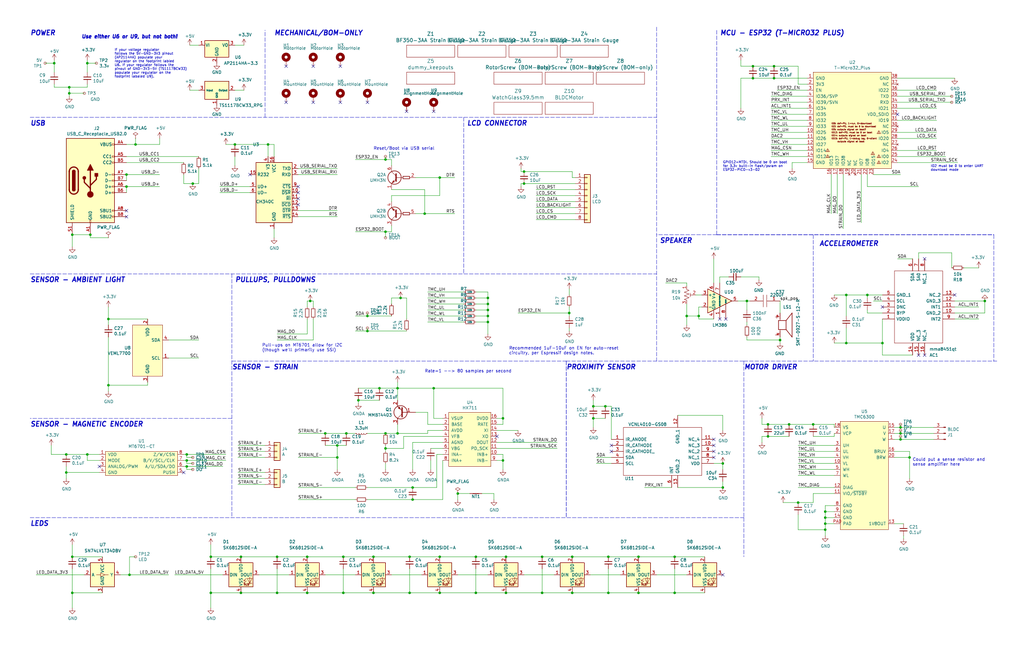
<source format=kicad_sch>
(kicad_sch (version 20211123) (generator eeschema)
  (paper "B")
  (title_block (title "SmartKnob View") (rev "${RELEASE_VERSION}") (company "Scott Bezek") (comment 2 "${COMMIT_DATE_LONG}") (comment 3 "${COMMIT_HASH}"))
  (junction (at 200.66 250.19))
  (junction (at 228.6 234.95))
  (junction (at 36.83 191.77))
  (junction (at 415.29 127))
  (junction (at 81.28 77.47))
  (junction (at 323.85 179.07))
  (junction (at 144.78 250.19))
  (junction (at 172.72 250.19))
  (junction (at 29.21 39.37))
  (junction (at 269.24 250.19))
  (junction (at 304.8 195.58))
  (junction (at 162.56 189.23))
  (junction (at 182.88 163.83))
  (junction (at 332.74 179.07))
  (junction (at 205.74 135.89))
  (junction (at 99.06 60.96))
  (junction (at 173.99 210.82))
  (junction (at 284.48 234.95))
  (junction (at 228.6 250.19))
  (junction (at 347.98 220.98))
  (junction (at 379.73 182.88))
  (junction (at 78.74 194.31))
  (junction (at 328.93 143.51))
  (junction (at 88.9 234.95))
  (junction (at 167.64 163.83))
  (junction (at 129.54 234.95))
  (junction (at 45.72 162.56))
  (junction (at 205.74 130.81))
  (junction (at 317.5 27.94))
  (junction (at 200.66 234.95))
  (junction (at 240.03 132.08))
  (junction (at 317.5 33.02))
  (junction (at 144.78 234.95))
  (junction (at 162.56 182.88))
  (junction (at 241.3 250.19))
  (junction (at 323.85 184.15))
  (junction (at 250.19 176.53))
  (junction (at 173.99 205.74))
  (junction (at 129.54 250.19))
  (junction (at 256.54 250.19))
  (junction (at 101.6 250.19))
  (junction (at 356.87 144.78))
  (junction (at 342.9 179.07))
  (junction (at 78.74 196.85))
  (junction (at 304.8 205.74))
  (junction (at 289.56 133.35))
  (junction (at 372.11 144.78))
  (junction (at 146.05 182.88))
  (junction (at 27.94 191.77))
  (junction (at 213.36 234.95))
  (junction (at 326.39 27.94))
  (junction (at 356.87 124.46))
  (junction (at 179.07 90.17))
  (junction (at 294.64 133.35))
  (junction (at 38.1 99.06))
  (junction (at 78.74 191.77))
  (junction (at 53.34 78.74))
  (junction (at 157.48 234.95))
  (junction (at 383.54 193.04))
  (junction (at 29.21 36.83))
  (junction (at 172.72 234.95))
  (junction (at 347.98 223.52))
  (junction (at 151.13 168.91))
  (junction (at 154.94 139.7))
  (junction (at 157.48 250.19))
  (junction (at 130.81 127))
  (junction (at 101.6 234.95))
  (junction (at 185.42 234.95))
  (junction (at 205.74 125.73))
  (junction (at 36.83 26.67))
  (junction (at 347.98 218.44))
  (junction (at 116.84 234.95))
  (junction (at 284.48 250.19))
  (junction (at 30.48 250.19))
  (junction (at 45.72 134.62))
  (junction (at 54.61 242.57))
  (junction (at 30.48 234.95))
  (junction (at 212.09 194.31))
  (junction (at 255.27 171.45))
  (junction (at 250.19 171.45))
  (junction (at 269.24 234.95))
  (junction (at 22.86 26.67))
  (junction (at 213.36 250.19))
  (junction (at 53.34 73.66))
  (junction (at 168.91 125.73))
  (junction (at 326.39 33.02))
  (junction (at 314.96 127))
  (junction (at 167.64 182.88))
  (junction (at 137.16 182.88))
  (junction (at 220.98 72.39))
  (junction (at 142.24 193.04))
  (junction (at 142.24 187.96))
  (junction (at 154.94 133.35))
  (junction (at 212.09 176.53))
  (junction (at 160.02 163.83))
  (junction (at 241.3 234.95))
  (junction (at 336.55 212.09))
  (junction (at 220.98 77.47))
  (junction (at 365.76 124.46))
  (junction (at 185.42 74.93))
  (junction (at 379.73 185.42))
  (junction (at 205.74 128.27))
  (junction (at 27.94 199.39))
  (junction (at 162.56 97.79))
  (junction (at 379.73 180.34))
  (junction (at 185.42 250.19))
  (junction (at 113.03 60.96))
  (junction (at 116.84 250.19))
  (junction (at 193.04 208.28))
  (junction (at 88.9 250.19))
  (junction (at 57.15 60.96))
  (junction (at 162.56 67.31))
  (junction (at 347.98 215.9))
  (junction (at 256.54 234.95))
  (junction (at 205.74 133.35))
  (junction (at 30.48 99.06))
  (no_connect (at 132.08 43.18))
  (no_connect (at 389.89 109.22))
  (no_connect (at 209.55 184.15))
  (no_connect (at 125.73 81.28))
  (no_connect (at 125.73 78.74))
  (no_connect (at 304.8 242.57))
  (no_connect (at 132.08 27.94))
  (no_connect (at 125.73 83.82))
  (no_connect (at 387.35 149.86))
  (no_connect (at 120.65 27.94))
  (no_connect (at 105.41 73.66))
  (no_connect (at 53.34 91.44))
  (no_connect (at 77.47 199.39))
  (no_connect (at 300.99 193.04))
  (no_connect (at 300.99 185.42))
  (no_connect (at 120.65 43.18))
  (no_connect (at 372.11 129.54))
  (no_connect (at 402.59 124.46))
  (no_connect (at 378.46 48.26))
  (no_connect (at 303.53 134.62))
  (no_connect (at 300.99 187.96))
  (no_connect (at 257.81 190.5))
  (no_connect (at 257.81 187.96))
  (no_connect (at 171.45 46.99))
  (no_connect (at 154.94 43.18))
  (no_connect (at 143.51 43.18))
  (no_connect (at 53.34 88.9))
  (no_connect (at 182.88 46.99))
  (no_connect (at 389.89 149.86))
  (no_connect (at 125.73 86.36))
  (no_connect (at 300.99 190.5))
  (no_connect (at 143.51 27.94))
  (no_connect (at 41.91 196.85))
  (no_connect (at 306.07 134.62))
  (wire (pts (xy 80.01 19.05) (xy 83.82 19.05)))
  (wire (pts (xy 88.9 240.03) (xy 88.9 250.19)))
  (wire (pts (xy 220.98 242.57) (xy 233.68 242.57)))
  (wire (pts (xy 209.55 181.61) (xy 218.44 181.61)))
  (wire (pts (xy 157.48 234.95) (xy 172.72 234.95)))
  (wire (pts (xy 144.78 234.95) (xy 157.48 234.95)))
  (wire (pts (xy 328.93 127) (xy 328.93 132.08)))
  (wire (pts (xy 353.06 73.66) (xy 353.06 90.17)))
  (wire (pts (xy 208.28 208.28) (xy 208.28 210.82)))
  (wire (pts (xy 321.31 179.07) (xy 323.85 179.07)))
  (wire (pts (xy 115.57 66.04) (xy 115.57 60.96)))
  (wire (pts (xy 228.6 234.95) (xy 241.3 234.95)))
  (wire (pts (xy 53.34 68.58) (xy 77.47 68.58)))
  (wire (pts (xy 205.74 123.19) (xy 205.74 125.73)))
  (wire (pts (xy 289.56 133.35) (xy 289.56 137.16)))
  (wire (pts (xy 205.74 135.89) (xy 205.74 140.97)))
  (wire (pts (xy 240.03 124.46) (xy 240.03 121.92)))
  (wire (pts (xy 175.26 173.99) (xy 180.34 173.99)))
  (wire (pts (xy 81.28 198.12) (xy 78.74 198.12)))
  (wire (pts (xy 36.83 194.31) (xy 36.83 191.77)))
  (wire (pts (xy 377.19 193.04) (xy 383.54 193.04)))
  (wire (pts (xy 219.71 71.12) (xy 219.71 72.39)))
  (wire (pts (xy 149.86 133.35) (xy 154.94 133.35)))
  (wire (pts (xy 45.72 134.62) (xy 62.23 134.62)))
  (wire (pts (xy 351.79 220.98) (xy 347.98 220.98)))
  (wire (pts (xy 29.21 39.37) (xy 29.21 40.64)))
  (wire (pts (xy 116.84 250.19) (xy 129.54 250.19)))
  (wire (pts (xy 99.06 66.04) (xy 99.06 69.85)))
  (wire (pts (xy 137.16 242.57) (xy 149.86 242.57)))
  (polyline (pts (xy 195.58 49.53) (xy 195.58 115.57)))
  (polyline (pts (xy 12.7 218.44) (xy 313.69 218.44)))
  (wire (pts (xy 378.46 66.04) (xy 398.78 66.04)))
  (wire (pts (xy 54.61 242.57) (xy 71.12 242.57)))
  (wire (pts (xy 372.11 132.08) (xy 365.76 132.08)))
  (wire (pts (xy 257.81 171.45) (xy 257.81 185.42)))
  (wire (pts (xy 200.66 250.19) (xy 213.36 250.19)))
  (wire (pts (xy 154.94 133.35) (xy 165.1 133.35)))
  (wire (pts (xy 378.46 68.58) (xy 403.86 68.58)))
  (wire (pts (xy 241.3 250.19) (xy 256.54 250.19)))
  (wire (pts (xy 356.87 124.46) (xy 356.87 133.35)))
  (wire (pts (xy 165.1 67.31) (xy 165.1 69.85)))
  (wire (pts (xy 38.1 99.06) (xy 38.1 100.33)))
  (wire (pts (xy 269.24 250.19) (xy 284.48 250.19)))
  (wire (pts (xy 116.84 240.03) (xy 116.84 250.19)))
  (wire (pts (xy 351.79 200.66) (xy 336.55 200.66)))
  (wire (pts (xy 154.94 205.74) (xy 173.99 205.74)))
  (polyline (pts (xy 302.26 99.06) (xy 276.86 99.06)))
  (wire (pts (xy 240.03 132.08) (xy 240.03 129.54)))
  (wire (pts (xy 53.34 66.04) (xy 83.82 66.04)))
  (wire (pts (xy 250.19 168.91) (xy 250.19 171.45)))
  (wire (pts (xy 200.66 240.03) (xy 200.66 250.19)))
  (wire (pts (xy 242.57 85.09) (xy 226.06 85.09)))
  (wire (pts (xy 80.01 38.1) (xy 83.82 38.1)))
  (wire (pts (xy 209.55 191.77) (xy 212.09 191.77)))
  (wire (pts (xy 330.2 212.09) (xy 336.55 212.09)))
  (wire (pts (xy 377.19 220.98) (xy 381 220.98)))
  (wire (pts (xy 280.67 119.38) (xy 289.56 119.38)))
  (wire (pts (xy 165.1 125.73) (xy 168.91 125.73)))
  (wire (pts (xy 27.94 199.39) (xy 27.94 201.93)))
  (wire (pts (xy 173.99 210.82) (xy 186.69 210.82)))
  (wire (pts (xy 356.87 144.78) (xy 351.79 144.78)))
  (wire (pts (xy 173.99 186.69) (xy 173.99 198.12)))
  (wire (pts (xy 154.94 182.88) (xy 162.56 182.88)))
  (wire (pts (xy 209.55 194.31) (xy 212.09 194.31)))
  (wire (pts (xy 212.09 176.53) (xy 209.55 176.53)))
  (wire (pts (xy 323.85 179.07) (xy 332.74 179.07)))
  (wire (pts (xy 167.64 163.83) (xy 167.64 161.29)))
  (wire (pts (xy 304.8 203.2) (xy 304.8 205.74)))
  (wire (pts (xy 179.07 90.17) (xy 191.77 90.17)))
  (wire (pts (xy 356.87 138.43) (xy 356.87 144.78)))
  (wire (pts (xy 137.16 187.96) (xy 142.24 187.96)))
  (wire (pts (xy 81.28 77.47) (xy 83.82 77.47)))
  (wire (pts (xy 304.8 175.26) (xy 285.75 175.26)))
  (wire (pts (xy 379.73 180.34) (xy 393.7 180.34)))
  (wire (pts (xy 105.41 78.74) (xy 92.71 78.74)))
  (wire (pts (xy 394.97 50.8) (xy 378.46 50.8)))
  (wire (pts (xy 78.74 194.31) (xy 95.25 194.31)))
  (polyline (pts (xy 419.1 99.06) (xy 419.1 152.4)))
  (wire (pts (xy 365.76 78.74) (xy 387.35 78.74)))
  (wire (pts (xy 383.54 193.04) (xy 383.54 201.93)))
  (wire (pts (xy 171.45 125.73) (xy 171.45 134.62)))
  (wire (pts (xy 81.28 193.04) (xy 78.74 193.04)))
  (wire (pts (xy 415.29 132.08) (xy 415.29 127)))
  (wire (pts (xy 78.74 195.58) (xy 78.74 194.31)))
  (wire (pts (xy 372.11 124.46) (xy 365.76 124.46)))
  (wire (pts (xy 326.39 33.02) (xy 317.5 33.02)))
  (wire (pts (xy 351.79 195.58) (xy 336.55 195.58)))
  (wire (pts (xy 29.21 39.37) (xy 35.56 39.37)))
  (polyline (pts (xy 313.69 218.44) (xy 313.69 234.95)))
  (wire (pts (xy 347.98 213.36) (xy 351.79 213.36)))
  (wire (pts (xy 172.72 234.95) (xy 185.42 234.95)))
  (wire (pts (xy 321.31 184.15) (xy 323.85 184.15)))
  (wire (pts (xy 83.82 151.13) (xy 71.12 151.13)))
  (wire (pts (xy 142.24 187.96) (xy 146.05 187.96)))
  (wire (pts (xy 115.57 60.96) (xy 113.03 60.96)))
  (wire (pts (xy 179.07 80.01) (xy 179.07 90.17)))
  (wire (pts (xy 336.55 27.94) (xy 326.39 27.94)))
  (wire (pts (xy 347.98 218.44) (xy 347.98 215.9)))
  (wire (pts (xy 336.55 35.56) (xy 336.55 27.94)))
  (wire (pts (xy 172.72 250.19) (xy 185.42 250.19)))
  (wire (pts (xy 347.98 220.98) (xy 347.98 218.44)))
  (wire (pts (xy 185.42 250.19) (xy 200.66 250.19)))
  (wire (pts (xy 149.86 205.74) (xy 125.73 205.74)))
  (wire (pts (xy 294.64 133.35) (xy 289.56 133.35)))
  (wire (pts (xy 340.36 50.8) (xy 325.12 50.8)))
  (wire (pts (xy 328.93 143.51) (xy 328.93 144.78)))
  (wire (pts (xy 162.56 187.96) (xy 162.56 189.23)))
  (wire (pts (xy 30.48 240.03) (xy 30.48 250.19)))
  (wire (pts (xy 378.46 40.64) (xy 401.32 40.64)))
  (wire (pts (xy 137.16 182.88) (xy 146.05 182.88)))
  (wire (pts (xy 351.79 187.96) (xy 336.55 187.96)))
  (wire (pts (xy 30.48 256.54) (xy 30.48 250.19)))
  (wire (pts (xy 212.09 191.77) (xy 212.09 194.31)))
  (wire (pts (xy 151.13 170.18) (xy 151.13 168.91)))
  (wire (pts (xy 314.96 142.24) (xy 314.96 143.51)))
  (wire (pts (xy 81.28 195.58) (xy 78.74 195.58)))
  (wire (pts (xy 116.84 143.51) (xy 132.08 143.51)))
  (wire (pts (xy 180.34 173.99) (xy 180.34 179.07)))
  (wire (pts (xy 212.09 179.07) (xy 212.09 176.53)))
  (wire (pts (xy 342.9 212.09) (xy 342.9 208.28)))
  (wire (pts (xy 205.74 125.73) (xy 205.74 128.27)))
  (wire (pts (xy 303.53 116.84) (xy 303.53 119.38)))
  (wire (pts (xy 182.88 176.53) (xy 186.69 176.53)))
  (wire (pts (xy 125.73 182.88) (xy 137.16 182.88)))
  (wire (pts (xy 200.66 128.27) (xy 205.74 128.27)))
  (wire (pts (xy 378.46 43.18) (xy 401.32 43.18)))
  (wire (pts (xy 100.33 187.96) (xy 111.76 187.96)))
  (wire (pts (xy 36.83 26.67) (xy 36.83 30.48)))
  (wire (pts (xy 304.8 195.58) (xy 304.8 198.12)))
  (wire (pts (xy 242.57 74.93) (xy 241.3 74.93)))
  (wire (pts (xy 165.1 85.09) (xy 165.1 82.55)))
  (wire (pts (xy 125.73 210.82) (xy 149.86 210.82)))
  (wire (pts (xy 160.02 168.91) (xy 151.13 168.91)))
  (wire (pts (xy 213.36 250.19) (xy 228.6 250.19)))
  (wire (pts (xy 125.73 193.04) (xy 142.24 193.04)))
  (wire (pts (xy 182.88 163.83) (xy 212.09 163.83)))
  (wire (pts (xy 181.61 189.23) (xy 186.69 189.23)))
  (wire (pts (xy 57.15 234.95) (xy 54.61 234.95)))
  (wire (pts (xy 165.1 80.01) (xy 179.07 80.01)))
  (wire (pts (xy 340.36 55.88) (xy 325.12 55.88)))
  (wire (pts (xy 200.66 234.95) (xy 213.36 234.95)))
  (wire (pts (xy 293.37 124.46) (xy 295.91 124.46)))
  (wire (pts (xy 77.47 194.31) (xy 78.74 194.31)))
  (wire (pts (xy 78.74 196.85) (xy 93.98 196.85)))
  (wire (pts (xy 36.83 25.4) (xy 36.83 26.67)))
  (wire (pts (xy 100.33 193.04) (xy 111.76 193.04)))
  (wire (pts (xy 269.24 234.95) (xy 284.48 234.95)))
  (wire (pts (xy 162.56 67.31) (xy 165.1 67.31)))
  (wire (pts (xy 193.04 208.28) (xy 198.12 208.28)))
  (wire (pts (xy 401.32 106.68) (xy 401.32 113.03)))
  (wire (pts (xy 205.74 133.35) (xy 205.74 135.89)))
  (polyline (pts (xy 238.76 152.4) (xy 313.69 152.4)))
  (wire (pts (xy 149.86 139.7) (xy 154.94 139.7)))
  (wire (pts (xy 165.1 95.25) (xy 165.1 97.79)))
  (wire (pts (xy 342.9 179.07) (xy 332.74 179.07)))
  (wire (pts (xy 250.19 176.53) (xy 250.19 180.34)))
  (wire (pts (xy 78.74 198.12) (xy 78.74 196.85)))
  (wire (pts (xy 394.97 58.42) (xy 378.46 58.42)))
  (wire (pts (xy 195.58 135.89) (xy 180.34 135.89)))
  (wire (pts (xy 368.3 127) (xy 372.11 127)))
  (wire (pts (xy 132.08 127) (xy 132.08 129.54)))
  (wire (pts (xy 325.12 58.42) (xy 340.36 58.42)))
  (wire (pts (xy 347.98 223.52) (xy 347.98 220.98)))
  (wire (pts (xy 294.64 133.35) (xy 294.64 134.62)))
  (wire (pts (xy 209.55 179.07) (xy 212.09 179.07)))
  (wire (pts (xy 283.21 205.74) (xy 271.78 205.74)))
  (wire (pts (xy 334.01 71.12) (xy 334.01 68.58)))
  (wire (pts (xy 125.73 91.44) (xy 142.24 91.44)))
  (wire (pts (xy 186.69 194.31) (xy 186.69 210.82)))
  (wire (pts (xy 116.84 234.95) (xy 129.54 234.95)))
  (wire (pts (xy 356.87 124.46) (xy 365.76 124.46)))
  (wire (pts (xy 378.46 63.5) (xy 394.97 63.5)))
  (polyline (pts (xy 302.26 99.06) (xy 302.26 12.7)))
  (wire (pts (xy 175.26 74.93) (xy 185.42 74.93)))
  (wire (pts (xy 340.36 63.5) (xy 325.12 63.5)))
  (wire (pts (xy 379.73 185.42) (xy 377.19 185.42)))
  (wire (pts (xy 295.91 129.54) (xy 294.64 129.54)))
  (wire (pts (xy 209.55 186.69) (xy 234.95 186.69)))
  (wire (pts (xy 29.21 36.83) (xy 36.83 36.83)))
  (wire (pts (xy 45.72 137.16) (xy 45.72 134.62)))
  (wire (pts (xy 53.34 78.74) (xy 67.31 78.74)))
  (wire (pts (xy 130.81 127) (xy 132.08 127)))
  (wire (pts (xy 129.54 134.62) (xy 129.54 140.97)))
  (wire (pts (xy 336.55 217.17) (xy 336.55 223.52)))
  (wire (pts (xy 77.47 73.66) (xy 77.47 77.47)))
  (wire (pts (xy 185.42 82.55) (xy 185.42 74.93)))
  (wire (pts (xy 38.1 99.06) (xy 30.48 99.06)))
  (wire (pts (xy 340.36 48.26) (xy 325.12 48.26)))
  (wire (pts (xy 351.79 215.9) (xy 347.98 215.9)))
  (wire (pts (xy 321.31 176.53) (xy 321.31 179.07)))
  (wire (pts (xy 165.1 128.27) (xy 165.1 125.73)))
  (polyline (pts (xy 97.79 176.53) (xy 12.7 176.53)))
  (wire (pts (xy 195.58 130.81) (xy 180.34 130.81)))
  (wire (pts (xy 311.15 127) (xy 314.96 127)))
  (wire (pts (xy 185.42 234.95) (xy 200.66 234.95)))
  (polyline (pts (xy 313.69 152.4) (xy 420.37 152.4)))
  (wire (pts (xy 77.47 191.77) (xy 78.74 191.77)))
  (wire (pts (xy 340.36 40.64) (xy 325.12 40.64)))
  (wire (pts (xy 162.56 66.04) (xy 162.56 67.31)))
  (wire (pts (xy 205.74 125.73) (xy 200.66 125.73)))
  (wire (pts (xy 300.99 109.22) (xy 300.99 119.38)))
  (wire (pts (xy 212.09 194.31) (xy 212.09 198.12)))
  (wire (pts (xy 326.39 27.94) (xy 317.5 27.94)))
  (wire (pts (xy 218.44 132.08) (xy 240.03 132.08)))
  (wire (pts (xy 355.6 73.66) (xy 355.6 96.52)))
  (wire (pts (xy 340.36 53.34) (xy 325.12 53.34)))
  (wire (pts (xy 340.36 35.56) (xy 336.55 35.56)))
  (wire (pts (xy 377.19 190.5) (xy 383.54 190.5)))
  (wire (pts (xy 336.55 223.52) (xy 347.98 223.52)))
  (wire (pts (xy 100.33 204.47) (xy 111.76 204.47)))
  (wire (pts (xy 351.79 179.07) (xy 342.9 179.07)))
  (wire (pts (xy 100.33 201.93) (xy 111.76 201.93)))
  (wire (pts (xy 284.48 240.03) (xy 284.48 250.19)))
  (polyline (pts (xy 342.9 99.06) (xy 342.9 152.4)))
  (wire (pts (xy 29.21 36.83) (xy 29.21 39.37)))
  (wire (pts (xy 276.86 242.57) (xy 289.56 242.57)))
  (wire (pts (xy 101.6 234.95) (xy 116.84 234.95)))
  (wire (pts (xy 347.98 215.9) (xy 347.98 213.36)))
  (wire (pts (xy 379.73 179.07) (xy 379.73 180.34)))
  (wire (pts (xy 99.06 19.05) (xy 102.87 19.05)))
  (wire (pts (xy 340.36 33.02) (xy 326.39 33.02)))
  (wire (pts (xy 325.12 43.18) (xy 340.36 43.18)))
  (wire (pts (xy 372.11 144.78) (xy 372.11 134.62)))
  (polyline (pts (xy 12.7 115.57) (xy 276.86 115.57)))
  (wire (pts (xy 129.54 250.19) (xy 144.78 250.19)))
  (wire (pts (xy 162.56 100.33) (xy 162.56 97.79)))
  (wire (pts (xy 200.66 133.35) (xy 205.74 133.35)))
  (polyline (pts (xy 238.76 152.4) (xy 238.76 218.44)))
  (wire (pts (xy 41.91 194.31) (xy 36.83 194.31)))
  (wire (pts (xy 205.74 128.27) (xy 205.74 130.81)))
  (wire (pts (xy 30.48 99.06) (xy 30.48 104.14)))
  (wire (pts (xy 381 226.06) (xy 381 227.33)))
  (wire (pts (xy 257.81 193.04) (xy 251.46 193.04)))
  (wire (pts (xy 77.47 196.85) (xy 78.74 196.85)))
  (wire (pts (xy 165.1 82.55) (xy 185.42 82.55)))
  (wire (pts (xy 88.9 229.87) (xy 88.9 234.95)))
  (polyline (pts (xy 12.7 49.53) (xy 276.86 49.53)))
  (wire (pts (xy 351.79 184.15) (xy 351.79 182.88)))
  (wire (pts (xy 368.3 73.66) (xy 379.73 73.66)))
  (wire (pts (xy 314.96 130.81) (xy 314.96 127)))
  (wire (pts (xy 347.98 218.44) (xy 351.79 218.44)))
  (wire (pts (xy 45.72 165.1) (xy 45.72 162.56)))
  (wire (pts (xy 350.52 73.66) (xy 350.52 90.17)))
  (wire (pts (xy 180.34 179.07) (xy 186.69 179.07)))
  (wire (pts (xy 303.53 116.84) (xy 307.34 116.84)))
  (wire (pts (xy 351.79 180.34) (xy 351.79 179.07)))
  (polyline (pts (xy 276.86 11.43) (xy 276.86 152.4)))
  (wire (pts (xy 351.79 208.28) (xy 342.9 208.28)))
  (wire (pts (xy 115.57 100.33) (xy 115.57 96.52)))
  (wire (pts (xy 256.54 250.19) (xy 269.24 250.19)))
  (wire (pts (xy 22.86 26.67) (xy 22.86 30.48)))
  (wire (pts (xy 379.73 181.61) (xy 379.73 182.88)))
  (wire (pts (xy 38.1 100.33) (xy 45.72 100.33)))
  (wire (pts (xy 88.9 234.95) (xy 101.6 234.95)))
  (wire (pts (xy 184.15 191.77) (xy 184.15 205.74)))
  (wire (pts (xy 149.86 67.31) (xy 162.56 67.31)))
  (wire (pts (xy 377.19 182.88) (xy 379.73 182.88)))
  (wire (pts (xy 15.24 242.57) (xy 35.56 242.57)))
  (wire (pts (xy 402.59 134.62) (xy 412.75 134.62)))
  (wire (pts (xy 142.24 193.04) (xy 142.24 198.12)))
  (wire (pts (xy 113.03 60.96) (xy 113.03 66.04)))
  (wire (pts (xy 100.33 190.5) (xy 111.76 190.5)))
  (wire (pts (xy 212.09 163.83) (xy 212.09 176.53)))
  (wire (pts (xy 125.73 71.12) (xy 142.24 71.12)))
  (wire (pts (xy 92.71 81.28) (xy 105.41 81.28)))
  (wire (pts (xy 284.48 250.19) (xy 297.18 250.19)))
  (wire (pts (xy 29.21 36.83) (xy 22.86 36.83)))
  (wire (pts (xy 27.94 199.39) (xy 41.91 199.39)))
  (wire (pts (xy 248.92 242.57) (xy 261.62 242.57)))
  (wire (pts (xy 30.48 250.19) (xy 43.18 250.19)))
  (wire (pts (xy 377.19 180.34) (xy 379.73 180.34)))
  (wire (pts (xy 334.01 68.58) (xy 340.36 68.58)))
  (wire (pts (xy 167.64 163.83) (xy 167.64 168.91)))
  (wire (pts (xy 165.1 97.79) (xy 162.56 97.79)))
  (wire (pts (xy 351.79 198.12) (xy 336.55 198.12)))
  (wire (pts (xy 312.42 33.02) (xy 317.5 33.02)))
  (wire (pts (xy 242.57 90.17) (xy 226.06 90.17)))
  (wire (pts (xy 53.34 78.74) (xy 53.34 81.28)))
  (wire (pts (xy 129.54 127) (xy 130.81 127)))
  (wire (pts (xy 351.79 205.74) (xy 336.55 205.74)))
  (polyline (pts (xy 97.79 152.4) (xy 238.76 152.4)))
  (wire (pts (xy 167.64 179.07) (xy 167.64 182.88)))
  (wire (pts (xy 226.06 87.63) (xy 242.57 87.63)))
  (wire (pts (xy 195.58 123.19) (xy 180.34 123.19)))
  (wire (pts (xy 99.06 60.96) (xy 113.03 60.96)))
  (polyline (pts (xy 302.26 99.06) (xy 419.1 99.06)))
  (wire (pts (xy 402.59 132.08) (xy 415.29 132.08)))
  (wire (pts (xy 383.54 190.5) (xy 383.54 193.04)))
  (wire (pts (xy 77.47 77.47) (xy 81.28 77.47)))
  (wire (pts (xy 294.64 129.54) (xy 294.64 133.35)))
  (wire (pts (xy 50.8 242.57) (xy 54.61 242.57)))
  (wire (pts (xy 173.99 210.82) (xy 154.94 210.82)))
  (wire (pts (xy 186.69 191.77) (xy 184.15 191.77)))
  (wire (pts (xy 321.31 184.15) (xy 321.31 186.69)))
  (wire (pts (xy 378.46 55.88) (xy 394.97 55.88)))
  (wire (pts (xy 100.33 199.39) (xy 111.76 199.39)))
  (wire (pts (xy 160.02 163.83) (xy 167.64 163.83)))
  (wire (pts (xy 250.19 171.45) (xy 255.27 171.45)))
  (wire (pts (xy 387.35 106.68) (xy 387.35 109.22)))
  (wire (pts (xy 300.99 134.62) (xy 294.64 134.62)))
  (wire (pts (xy 36.83 36.83) (xy 36.83 35.56)))
  (wire (pts (xy 22.86 36.83) (xy 22.86 35.56)))
  (wire (pts (xy 167.64 182.88) (xy 180.34 182.88)))
  (wire (pts (xy 175.26 90.17) (xy 179.07 90.17)))
  (wire (pts (xy 57.15 60.96) (xy 67.31 60.96)))
  (wire (pts (xy 213.36 234.95) (xy 228.6 234.95)))
  (wire (pts (xy 314.96 135.89) (xy 314.96 137.16)))
  (wire (pts (xy 327.66 38.1) (xy 340.36 38.1)))
  (wire (pts (xy 314.96 127) (xy 316.23 127)))
  (wire (pts (xy 71.12 143.51) (xy 83.82 143.51)))
  (wire (pts (xy 116.84 140.97) (xy 129.54 140.97)))
  (wire (pts (xy 170.18 189.23) (xy 170.18 184.15)))
  (wire (pts (xy 378.46 45.72) (xy 394.97 45.72)))
  (wire (pts (xy 312.42 116.84) (xy 320.04 116.84)))
  (wire (pts (xy 53.34 73.66) (xy 67.31 73.66)))
  (wire (pts (xy 162.56 97.79) (xy 149.86 97.79)))
  (wire (pts (xy 372.11 149.86) (xy 372.11 144.78)))
  (wire (pts (xy 402.59 129.54) (xy 412.75 129.54)))
  (wire (pts (xy 144.78 250.19) (xy 157.48 250.19)))
  (wire (pts (xy 209.55 189.23) (xy 234.95 189.23)))
  (wire (pts (xy 172.72 240.03) (xy 172.72 250.19)))
  (wire (pts (xy 219.71 72.39) (xy 220.98 72.39)))
  (wire (pts (xy 289.56 119.38) (xy 289.56 120.65)))
  (wire (pts (xy 228.6 250.19) (xy 241.3 250.19)))
  (wire (pts (xy 406.4 113.03) (xy 412.75 113.03)))
  (wire (pts (xy 36.83 26.67) (xy 40.64 26.67)))
  (wire (pts (xy 45.72 134.62) (xy 45.72 129.54)))
  (wire (pts (xy 378.46 33.02) (xy 402.59 33.02)))
  (wire (pts (xy 162.56 189.23) (xy 170.18 189.23)))
  (wire (pts (xy 27.94 191.77) (xy 21.59 191.77)))
  (wire (pts (xy 195.58 125.73) (xy 180.34 125.73)))
  (wire (pts (xy 394.97 38.1) (xy 378.46 38.1)))
  (wire (pts (xy 144.78 240.03) (xy 144.78 250.19)))
  (wire (pts (xy 181.61 194.31) (xy 181.61 198.12)))
  (wire (pts (xy 242.57 80.01) (xy 226.06 80.01)))
  (wire (pts (xy 195.58 133.35) (xy 180.34 133.35)))
  (wire (pts (xy 125.73 73.66) (xy 142.24 73.66)))
  (wire (pts (xy 314.96 143.51) (xy 328.93 143.51)))
  (wire (pts (xy 365.76 125.73) (xy 365.76 124.46)))
  (wire (pts (xy 30.48 234.95) (xy 43.18 234.95)))
  (wire (pts (xy 340.36 60.96) (xy 325.12 60.96)))
  (wire (pts (xy 336.55 212.09) (xy 342.9 212.09)))
  (wire (pts (xy 88.9 256.54) (xy 88.9 250.19)))
  (wire (pts (xy 228.6 240.03) (xy 228.6 250.19)))
  (wire (pts (xy 154.94 139.7) (xy 171.45 139.7)))
  (wire (pts (xy 173.99 205.74) (xy 184.15 205.74)))
  (wire (pts (xy 36.83 191.77) (xy 41.91 191.77)))
  (wire (pts (xy 351.79 190.5) (xy 336.55 190.5)))
  (wire (pts (xy 372.11 144.78) (xy 356.87 144.78)))
  (wire (pts (xy 54.61 234.95) (xy 54.61 242.57)))
  (wire (pts (xy 220.98 77.47) (xy 242.57 77.47)))
  (wire (pts (xy 22.86 25.4) (xy 22.86 26.67)))
  (wire (pts (xy 332.74 184.15) (xy 323.85 184.15)))
  (wire (pts (xy 312.42 33.02) (xy 312.42 45.72)))
  (wire (pts (xy 372.11 149.86) (xy 384.81 149.86)))
  (wire (pts (xy 88.9 250.19) (xy 101.6 250.19)))
  (wire (pts (xy 53.34 60.96) (xy 57.15 60.96)))
  (wire (pts (xy 340.36 66.04) (xy 325.12 66.04)))
  (wire (pts (xy 203.2 208.28) (xy 208.28 208.28)))
  (wire (pts (xy 146.05 182.88) (xy 149.86 182.88)))
  (wire (pts (xy 186.69 186.69) (xy 173.99 186.69)))
  (wire (pts (xy 62.23 161.29) (xy 62.23 162.56)))
  (wire (pts (xy 142.24 187.96) (xy 142.24 193.04)))
  (wire (pts (xy 200.66 130.81) (xy 205.74 130.81)))
  (wire (pts (xy 363.22 93.98) (xy 363.22 73.66)))
  (wire (pts (xy 57.15 58.42) (xy 57.15 60.96)))
  (wire (pts (xy 168.91 125.73) (xy 171.45 125.73)))
  (wire (pts (xy 30.48 229.87) (xy 30.48 234.95)))
  (polyline (pts (xy 313.69 152.4) (xy 313.69 218.44)))
  (polyline (pts (xy 111.76 49.53) (xy 111.76 12.7)))
  (wire (pts (xy 132.08 134.62) (xy 132.08 143.51)))
  (wire (pts (xy 162.56 190.5) (xy 162.56 189.23)))
  (wire (pts (xy 157.48 250.19) (xy 172.72 250.19)))
  (wire (pts (xy 182.88 163.83) (xy 182.88 176.53)))
  (wire (pts (xy 53.34 73.66) (xy 53.34 76.2)))
  (wire (pts (xy 304.8 205.74) (xy 285.75 205.74)))
  (wire (pts (xy 365.76 78.74) (xy 365.76 73.66)))
  (wire (pts (xy 170.18 184.15) (xy 186.69 184.15)))
  (wire (pts (xy 151.13 163.83) (xy 160.02 163.83)))
  (wire (pts (xy 78.74 193.04) (xy 78.74 191.77)))
  (wire (pts (xy 300.99 195.58) (xy 304.8 195.58)))
  (wire (pts (xy 200.66 135.89) (xy 205.74 135.89)))
  (wire (pts (xy 27.94 196.85) (xy 27.94 199.39)))
  (polyline (pts (xy 97.79 115.57) (xy 97.79 218.44)))
  (wire (pts (xy 317.5 27.94) (xy 312.42 27.94)))
  (wire (pts (xy 45.72 162.56) (xy 45.72 142.24)))
  (wire (pts (xy 347.98 226.06) (xy 347.98 223.52)))
  (wire (pts (xy 219.71 77.47) (xy 220.98 77.47)))
  (polyline (pts (xy 302.26 99.06) (xy 419.1 99.06)))
  (wire (pts (xy 226.06 82.55) (xy 242.57 82.55)))
  (wire (pts (xy 129.54 234.95) (xy 144.78 234.95)))
  (wire (pts (xy 154.94 138.43) (xy 154.94 139.7)))
  (wire (pts (xy 167.64 163.83) (xy 182.88 163.83)))
  (wire (pts (xy 165.1 242.57) (xy 177.8 242.57)))
  (wire (pts (xy 67.31 58.42) (xy 67.31 60.96)))
  (wire (pts (xy 162.56 182.88) (xy 167.64 182.88)))
  (wire (pts (xy 109.22 242.57) (xy 121.92 242.57)))
  (wire (pts (xy 284.48 234.95) (xy 297.18 234.95)))
  (wire (pts (xy 257.81 171.45) (xy 255.27 171.45)))
  (wire (pts (xy 250.19 176.53) (xy 255.27 176.53)))
  (wire (pts (xy 101.6 250.19) (xy 116.84 250.19)))
  (wire (pts (xy 379.73 185.42) (xy 393.7 185.42)))
  (wire (pts (xy 62.23 162.56) (xy 45.72 162.56)))
  (wire (pts (xy 257.81 195.58) (xy 251.46 195.58)))
  (wire (pts (xy 241.3 234.95) (xy 256.54 234.95)))
  (wire (pts (xy 384.81 109.22) (xy 378.46 109.22)))
  (wire (pts (xy 36.83 191.77) (xy 27.94 191.77)))
  (wire (pts (xy 220.98 72.39) (xy 241.3 72.39)))
  (wire (pts (xy 125.73 88.9) (xy 142.24 88.9)))
  (wire (pts (xy 304.8 175.26) (xy 304.8 181.61)))
  (wire (pts (xy 180.34 182.88) (xy 180.34 181.61)))
  (wire (pts (xy 200.66 123.19) (xy 205.74 123.19)))
  (wire (pts (xy 289.56 128.27) (xy 289.56 133.35)))
  (wire (pts (xy 240.03 133.35) (xy 240.03 132.08)))
  (wire (pts (xy 256.54 234.95) (xy 269.24 234.95)))
  (wire (pts (xy 379.73 182.88) (xy 393.7 182.88)))
  (wire (pts (xy 325.12 45.72) (xy 340.36 45.72)))
  (wire (pts (xy 193.04 210.82) (xy 193.04 208.28)))
  (wire (pts (xy 185.42 74.93) (xy 191.77 74.93)))
  (wire (pts (xy 95.25 60.96) (xy 99.06 60.96)))
  (wire (pts (xy 83.82 77.47) (xy 83.82 71.12)))
  (wire (pts (xy 19.05 26.67) (xy 22.86 26.67)))
  (wire (pts (xy 162.56 198.12) (xy 162.56 195.58)))
  (wire (pts (xy 226.06 92.71) (xy 242.57 92.71)))
  (wire (pts (xy 351.79 193.04) (xy 336.55 193.04)))
  (wire (pts (xy 240.03 139.7) (xy 240.03 138.43)))
  (wire (pts (xy 342.9 184.15) (xy 351.79 184.15)))
  (wire (pts (xy 21.59 191.77) (xy 21.59 187.96)))
  (wire (pts (xy 402.59 127) (xy 415.29 127)))
  (polyline (pts (xy 238.76 152.4) (xy 238.76 218.44)))
  (wire (pts (xy 73.66 242.57) (xy 93.98 242.57)))
  (wire (pts (xy 312.42 27.94) (xy 312.42 25.4)))
  (wire (pts (xy 401.32 106.68) (xy 387.35 106.68)))
  (wire (pts (xy 241.3 72.39) (xy 241.3 74.93)))
  (wire (pts (xy 195.58 128.27) (xy 180.34 128.27)))
  (wire (pts (xy 180.34 181.61) (xy 186.69 181.61)))
  (wire (pts (xy 99.06 38.1) (xy 102.87 38.1)))
  (wire (pts (xy 365.76 132.08) (xy 365.76 130.81)))
  (wire (pts (xy 205.74 130.81) (xy 205.74 133.35)))
  (wire (pts (xy 193.04 242.57) (xy 205.74 242.57)))
  (wire (pts (xy 154.94 132.08) (xy 154.94 133.35)))
  (wire (pts (xy 320.04 116.84) (xy 320.04 118.11)))
  (wire (pts (xy 129.54 129.54) (xy 129.54 127)))
  (wire (pts (xy 219.71 77.47) (xy 219.71 78.74)))
  (wire (pts (xy 379.73 184.15) (xy 379.73 185.42)))
  (wire (pts (xy 328.93 142.24) (xy 328.93 143.51)))
  (wire (pts (xy 78.74 191.77) (xy 95.25 191.77)))
  (wire (pts (xy 256.54 240.03) (xy 256.54 250.19)))
  (wire (pts (xy 351.79 124.46) (xy 356.87 124.46)))
  (text "POWER" (at 12.7 15.24 0) (effects (font (size 2.0066 2.0066) (thickness 0.4013) bold italic) (justify left bottom)))
  (text "SPEAKER" (at 278.13 102.87 0) (effects (font (size 2.0066 2.0066) (thickness 0.4013) bold italic) (justify left bottom)))
  (text "Could put a sense resistor and\nsense amplifier here" (at 384.81 196.85 0) (effects (font (size 1.27 1.27)) (justify left bottom)))
  (text "MCU - ESP32 (T-MICRO32 PLUS)" (at 303.53 15.24 0) (effects (font (size 2.0066 2.0066) (thickness 0.4013) bold italic) (justify left bottom)))
  (text "If your voltage regulator\nfollows the 5V-GND-3V3 pinout\n(AP2114HA) populate your\nregulator on the footprint labled\nU6. If your regulator follows the\npinout of GND-3V3-5V (TS1117BCW33)\npopulate your regulator on the\nfootprint labaled U9)." (at 48.26 33.02 0) (effects (font (size 1 1)) (justify left bottom)))
  (text "SENSOR - MAGNETIC ENCODER" (at 12.7 180.34 0) (effects (font (size 2.0066 2.0066) (thickness 0.4013) bold italic) (justify left bottom)))
  (text "MOTOR DRIVER" (at 313.69 156.21 0) (effects (font (size 2.0066 2.0066) (thickness 0.4013) bold italic) (justify left bottom)))
  (text "ACCELEROMETER" (at 345.44 104.14 0) (effects (font (size 2.0066 2.0066) (thickness 0.4013) bold italic) (justify left bottom)))
  (text "MECHANICAL/BOM-ONLY" (at 115.57 15.24 0) (effects (font (size 2.0066 2.0066) (thickness 0.4013) bold italic) (justify left bottom)))
  (text "IO2 must be 0 to enter UART\ndownload mode" (at 392.43 72.39 0) (effects (font (size 0.9906 0.9906)) (justify left bottom)))
  (text "GPIO12=MTDI. Should be 0 on boot\nfor 3.3v built-in flash/psram on\nESP32-PICO-v3-02" (at 304.8 72.39 0) (effects (font (size 0.9906 0.9906)) (justify left bottom)))
  (text "Pull-ups on MT6701 allow for I2C\n(though we'll primarily use SSI)" (at 110.49 148.59 0) (effects (font (size 1.27 1.27)) (justify left bottom)))
  (text "Use either U6 or U9, but not both!" (at 34.29 16.51 0) (effects (font (size 1.5 1.5) (thickness 0.6) bold italic) (justify left bottom)))
  (text "Rate=1 --> 80 samples per second" (at 179.07 157.48 0) (effects (font (size 1.27 1.27)) (justify left bottom)))
  (text "SENSOR - AMBIENT LIGHT" (at 12.7 119.38 0) (effects (font (size 2.0066 2.0066) (thickness 0.4013) bold italic) (justify left bottom)))
  (text "Recommended 1uF-10uF on EN for auto-reset\ncircuitry, per Espressif design notes." (at 214.63 149.86 0) (effects (font (size 1.27 1.27)) (justify left bottom)))
  (text "USB" (at 12.7 53.34 0) (effects (font (size 2.0066 2.0066) (thickness 0.4013) bold italic) (justify left bottom)))
  (text "SENSOR - STRAIN" (at 97.79 156.21 0) (effects (font (size 2.0066 2.0066) (thickness 0.4013) bold italic) (justify left bottom)))
  (text "LEDS" (at 12.7 222.25 0) (effects (font (size 2.0066 2.0066) (thickness 0.4013) bold italic) (justify left bottom)))
  (text "PROXIMITY SENSOR" (at 238.76 156.21 0) (effects (font (size 2.0066 2.0066) (thickness 0.4013) bold italic) (justify left bottom)))
  (text "PULLUPS, PULLDOWNS" (at 99.06 119.38 0) (effects (font (size 2.0066 2.0066) (thickness 0.4013) bold italic) (justify left bottom)))
  (text "LCD CONNECTOR" (at 196.85 53.34 0) (effects (font (size 2.0066 2.0066) (thickness 0.4013) bold italic) (justify left bottom)))
  (text "Reset/Boot via USB serial" (at 157.48 63.5 0) (effects (font (size 1.27 1.27)) (justify left bottom)))
  (label "STRAIN_E+" (at 100.33 199.39 0))
  (label "MAG_CSN" (at 95.25 191.77 180))
  (label "ESP32_BOOT" (at 398.78 66.04 180))
  (label "LCD_RST" (at 226.06 80.01 0))
  (label "TMC_VL" (at 180.34 135.89 0))
  (label "ACL_INT1" (at 412.75 129.54 180))
  (label "LCD_BACKLIGHT" (at 226.06 87.63 0))
  (label "STRAIN_S+" (at 100.33 190.5 0))
  (label "LCD_RST" (at 394.97 63.5 180))
  (label "TMC_VH" (at 325.12 60.96 0))
  (label "RTS" (at 142.24 91.44 180))
  (label "ACL_INT2" (at 412.75 134.62 180))
  (label "LED_DATA_5V" (at 73.66 242.57 0))
  (label "USB_SERIAL_TXO" (at 142.24 71.12 180))
  (label "SCL" (at 83.82 151.13 180))
  (label "USB_SERIAL_TXO" (at 398.78 43.18 180))
  (label "SDA" (at 251.46 193.04 0))
  (label "TMC_UL" (at 336.55 190.5 0))
  (label "STRAIN_E+" (at 100.33 187.96 0))
  (label "STRAIN_DO" (at 355.6 96.52 90))
  (label "STRAIN_E-" (at 125.73 193.04 0))
  (label "MAG_CSN" (at 325.12 63.5 0))
  (label "LCD_DATA" (at 394.97 55.88 180))
  (label "TMC_DIAG" (at 336.55 205.74 0))
  (label "ESP32_EN" (at 218.44 132.08 0))
  (label "DAC2" (at 325.12 58.42 0))
  (label "TMC_WH" (at 325.12 66.04 0))
  (label "USB_CC2" (at 67.31 68.58 180))
  (label "PRX_INT" (at 325.12 43.18 0))
  (label "SCL" (at 368.3 127 0))
  (label "RTS" (at 191.77 90.17 180))
  (label "USB_D-" (at 67.31 73.66 180))
  (label "TMC_UL" (at 325.12 53.34 0))
  (label "TMC_VH" (at 180.34 125.73 0))
  (label "USB_D+" (at 92.71 78.74 0))
  (label "LCD_SCK" (at 226.06 82.55 0))
  (label "TMC_UL" (at 180.34 130.81 0))
  (label "LED_DATA_5V" (at 71.12 242.57 180))
  (label "TMC_VL" (at 325.12 48.26 0))
  (label "LCD_SCK" (at 394.97 58.42 180))
  (label "TMC_UH" (at 336.55 187.96 0))
  (label "TMC_VL" (at 336.55 195.58 0))
  (label "MAG_DO" (at 353.06 90.17 90))
  (label "ESP32_BOOT" (at 149.86 97.79 0))
  (label "STRAIN_S+" (at 125.73 210.82 0))
  (label "DAC2" (at 280.67 119.38 0))
  (label "MAG_CLK" (at 350.52 90.17 90))
  (label "SDA" (at 83.82 143.51 180))
  (label "USB_D+" (at 67.31 78.74 180))
  (label "STRAIN_E-" (at 100.33 204.47 0))
  (label "SCL" (at 149.86 139.7 0))
  (label "TMC_UH" (at 325.12 55.88 0))
  (label "STRAIN_S-" (at 125.73 205.74 0))
  (label "SDA" (at 149.86 133.35 0))
  (label "MAG_DO" (at 93.98 196.85 180))
  (label "SCL" (at 387.35 78.74 180))
  (label "USB_CC1" (at 67.31 66.04 180))
  (label "ESP32_EN" (at 149.86 67.31 0))
  (label "USB_SERIAL_RXI" (at 142.24 73.66 180))
  (label "TMC_WH" (at 336.55 198.12 0))
  (label "MAG_DO" (at 116.84 140.97 0))
  (label "LCD_CS" (at 394.97 45.72 180))
  (label "ACL_INT1" (at 325.12 45.72 0))
  (label "LCD_CMD" (at 394.97 38.1 180))
  (label "TMC_WL" (at 180.34 133.35 0))
  (label "SDA" (at 378.46 109.22 0))
  (label "LCD_CS" (at 226.06 90.17 0))
  (label "STRAIN_SCK" (at 234.95 189.23 180))
  (label "TMC_UH" (at 180.34 123.19 0))
  (label "SDA" (at 379.73 73.66 180))
  (label "TMC_WL" (at 336.55 200.66 0))
  (label "LCD_DATA" (at 226.06 85.09 0))
  (label "PRX_INT" (at 271.78 205.74 0))
  (label "STRAIN_SCK" (at 403.86 68.58 180))
  (label "TMC_WH" (at 180.34 128.27 0))
  (label "TMC_VH" (at 336.55 193.04 0))
  (label "LED_DATA_3V3" (at 363.22 93.98 90))
  (label "LCD_CMD" (at 226.06 92.71 0))
  (label "STRAIN_DO" (at 234.95 186.69 180))
  (label "DTR" (at 191.77 74.93 180))
  (label "DTR" (at 142.24 88.9 180))
  (label "spk_pos" (at 328.93 127 0))
  (label "STRAIN_E+" (at 125.73 182.88 0))
  (label "SCL" (at 251.46 195.58 0))
  (label "TMC_DIAG" (at 325.12 40.64 0))
  (label "MAG_CLK" (at 95.25 194.31 180))
  (label "LED_DATA_3V3" (at 15.24 242.57 0))
  (label "USB_D-" (at 92.71 81.28 0))
  (label "ESP32_EN" (at 327.66 38.1 0))
  (label "TMC_WL" (at 325.12 50.8 0))
  (label "LCD_BACKLIGHT" (at 394.97 50.8 180))
  (label "USB_SERIAL_RXI" (at 398.78 40.64 180))
  (label "STRAIN_E-" (at 100.33 193.04 0))
  (label "MAG_CLK" (at 116.84 143.51 0))
  (label "STRAIN_S-" (at 100.33 201.93 0))
  (symbol (lib_id "MagnTek:MT6701-CT") (at 58.42 195.58 0) (unit 1)
    (property "Reference" "U1" (at 59.69 186.055 0))
    (property "Value" "MT6701-CT" (at 59.69 188.3664 0))
    (property "Footprint" "Package_SO:SOIC-8_3.9x4.9mm_P1.27mm" (effects hide))
    (property "LCSC" "C2856764, or C3003196" (effects hide))
    (property "Digikey" "N/A" (effects hide))
    (property "Mouser" "N/A" (effects hide))
  )
  (symbol (lib_id "SK6812:SK6812SIDE-A") (at 101.6 242.57 0) (unit 1)
    (property "Reference" "D1" (at 93.98 228.6 0) (effects (justify left)))
    (property "Value" "SK6812SIDE-A" (at 93.98 231.14 0) (effects (justify left)))
    (property "Footprint" "sk6812:SK6812-SIDE-A" (effects hide))
    (property "AliExpress" "https://www.aliexpress.com/item/10000009330139.html" (effects hide))
    (property "Digikey" "1528-4691-ND" (effects hide))
    (property "Mouser" "485-4691" (effects hide))
    (property "LCSC" "C2890037" (effects hide))
  )
  (symbol (lib_id "Device:C_Small") (at 88.9 237.49 0) (unit 1)
    (property "Reference" "C1" (at 91.2368 236.3216 0) (effects (justify left)))
    (property "Value" "0.1uF" (at 91.2368 238.633 0) (effects (justify left)))
    (property "Footprint" "Capacitor_SMD:C_0603_1608Metric" (effects hide))
    (property "LCSC" "C1591" (effects hide))
    (property "Digikey" "1276-1935-1-ND" (effects hide))
    (property "Mouser" "187-CL10B104KB8NNWC" (effects hide))
  )
  (symbol (lib_id "SK6812:SK6812SIDE-A") (at 129.54 242.57 0) (unit 1)
    (property "Reference" "D2" (at 121.92 228.6 0) (effects (justify left)))
    (property "Value" "SK6812SIDE-A" (at 121.92 231.14 0) (effects (justify left)))
    (property "Footprint" "sk6812:SK6812-SIDE-A" (effects hide))
    (property "AliExpress" "https://www.aliexpress.com/item/10000009330139.html" (effects hide))
    (property "Digikey" "1528-4691-ND" (effects hide))
    (property "Mouser" "485-4691" (effects hide))
    (property "LCSC" "C2890037" (effects hide))
  )
  (symbol (lib_id "Device:C_Small") (at 116.84 237.49 0) (unit 1)
    (property "Reference" "C2" (at 119.1768 236.3216 0) (effects (justify left)))
    (property "Value" "0.1uF" (at 119.1768 238.633 0) (effects (justify left)))
    (property "Footprint" "Capacitor_SMD:C_0603_1608Metric" (effects hide))
    (property "LCSC" "C1591" (effects hide))
    (property "Digikey" "1276-1935-1-ND" (effects hide))
    (property "Mouser" "187-CL10B104KB8NNWC" (effects hide))
  )
  (symbol (lib_id "SK6812:SK6812SIDE-A") (at 157.48 242.57 0) (unit 1)
    (property "Reference" "D3" (at 149.86 228.6 0) (effects (justify left)))
    (property "Value" "SK6812SIDE-A" (at 149.86 231.14 0) (effects (justify left)))
    (property "Footprint" "sk6812:SK6812-SIDE-A" (effects hide))
    (property "AliExpress" "https://www.aliexpress.com/item/10000009330139.html" (effects hide))
    (property "Digikey" "1528-4691-ND" (effects hide))
    (property "Mouser" "485-4691" (effects hide))
    (property "LCSC" "C2890037" (effects hide))
  )
  (symbol (lib_id "Device:C_Small") (at 144.78 237.49 0) (unit 1)
    (property "Reference" "C3" (at 147.1168 236.3216 0) (effects (justify left)))
    (property "Value" "0.1uF" (at 147.1168 238.633 0) (effects (justify left)))
    (property "Footprint" "Capacitor_SMD:C_0603_1608Metric" (effects hide))
    (property "LCSC" "C1591" (effects hide))
    (property "Digikey" "1276-1935-1-ND" (effects hide))
    (property "Mouser" "187-CL10B104KB8NNWC" (effects hide))
  )
  (symbol (lib_id "SK6812:SK6812SIDE-A") (at 185.42 242.57 0) (unit 1)
    (property "Reference" "D4" (at 177.8 228.6 0) (effects (justify left)))
    (property "Value" "SK6812SIDE-A" (at 177.8 231.14 0) (effects (justify left)))
    (property "Footprint" "sk6812:SK6812-SIDE-A" (effects hide))
    (property "AliExpress" "https://www.aliexpress.com/item/10000009330139.html" (effects hide))
    (property "Digikey" "1528-4691-ND" (effects hide))
    (property "Mouser" "485-4691" (effects hide))
    (property "LCSC" "C2890037" (effects hide))
  )
  (symbol (lib_id "Device:C_Small") (at 172.72 237.49 0) (unit 1)
    (property "Reference" "C4" (at 175.0568 236.3216 0) (effects (justify left)))
    (property "Value" "0.1uF" (at 175.0568 238.633 0) (effects (justify left)))
    (property "Footprint" "Capacitor_SMD:C_0603_1608Metric" (effects hide))
    (property "LCSC" "C1591" (effects hide))
    (property "Digikey" "1276-1935-1-ND" (effects hide))
    (property "Mouser" "187-CL10B104KB8NNWC" (effects hide))
  )
  (symbol (lib_id "SK6812:SK6812SIDE-A") (at 213.36 242.57 0) (unit 1)
    (property "Reference" "D5" (at 205.74 228.6 0) (effects (justify left)))
    (property "Value" "SK6812SIDE-A" (at 205.74 231.14 0) (effects (justify left)))
    (property "Footprint" "sk6812:SK6812-SIDE-A" (effects hide))
    (property "AliExpress" "https://www.aliexpress.com/item/10000009330139.html" (effects hide))
    (property "Digikey" "1528-4691-ND" (effects hide))
    (property "Mouser" "485-4691" (effects hide))
    (property "LCSC" "C2890037" (effects hide))
  )
  (symbol (lib_id "Device:C_Small") (at 200.66 237.49 0) (unit 1)
    (property "Reference" "C5" (at 202.9968 236.3216 0) (effects (justify left)))
    (property "Value" "0.1uF" (at 202.9968 238.633 0) (effects (justify left)))
    (property "Footprint" "Capacitor_SMD:C_0603_1608Metric" (effects hide))
    (property "LCSC" "C1591" (effects hide))
    (property "Digikey" "1276-1935-1-ND" (effects hide))
    (property "Mouser" "187-CL10B104KB8NNWC" (effects hide))
  )
  (symbol (lib_id "SK6812:SK6812SIDE-A") (at 241.3 242.57 0) (unit 1)
    (property "Reference" "D6" (at 233.68 228.6 0) (effects (justify left)))
    (property "Value" "SK6812SIDE-A" (at 233.68 231.14 0) (effects (justify left)))
    (property "Footprint" "sk6812:SK6812-SIDE-A" (effects hide))
    (property "AliExpress" "https://www.aliexpress.com/item/10000009330139.html" (effects hide))
    (property "Digikey" "1528-4691-ND" (effects hide))
    (property "Mouser" "485-4691" (effects hide))
    (property "LCSC" "C2890037" (effects hide))
  )
  (symbol (lib_id "Device:C_Small") (at 228.6 237.49 0) (unit 1)
    (property "Reference" "C6" (at 230.9368 236.3216 0) (effects (justify left)))
    (property "Value" "0.1uF" (at 230.9368 238.633 0) (effects (justify left)))
    (property "Footprint" "Capacitor_SMD:C_0603_1608Metric" (effects hide))
    (property "LCSC" "C1591" (effects hide))
    (property "Digikey" "1276-1935-1-ND" (effects hide))
    (property "Mouser" "187-CL10B104KB8NNWC" (effects hide))
  )
  (symbol (lib_id "SK6812:SK6812SIDE-A") (at 269.24 242.57 0) (unit 1)
    (property "Reference" "D7" (at 261.62 228.6 0) (effects (justify left)))
    (property "Value" "SK6812SIDE-A" (at 261.62 231.14 0) (effects (justify left)))
    (property "Footprint" "sk6812:SK6812-SIDE-A" (effects hide))
    (property "AliExpress" "https://www.aliexpress.com/item/10000009330139.html" (effects hide))
    (property "Digikey" "1528-4691-ND" (effects hide))
    (property "Mouser" "485-4691" (effects hide))
    (property "LCSC" "C2890037" (effects hide))
  )
  (symbol (lib_id "Device:C_Small") (at 256.54 237.49 0) (unit 1)
    (property "Reference" "C7" (at 258.8768 236.3216 0) (effects (justify left)))
    (property "Value" "0.1uF" (at 258.8768 238.633 0) (effects (justify left)))
    (property "Footprint" "Capacitor_SMD:C_0603_1608Metric" (effects hide))
    (property "LCSC" "C1591" (effects hide))
    (property "Digikey" "1276-1935-1-ND" (effects hide))
    (property "Mouser" "187-CL10B104KB8NNWC" (effects hide))
  )
  (symbol (lib_id "SK6812:SK6812SIDE-A") (at 297.18 242.57 0) (unit 1)
    (property "Reference" "D8" (at 289.56 228.6 0) (effects (justify left)))
    (property "Value" "SK6812SIDE-A" (at 289.56 231.14 0) (effects (justify left)))
    (property "Footprint" "sk6812:SK6812-SIDE-A" (effects hide))
    (property "AliExpress" "https://www.aliexpress.com/item/10000009330139.html" (effects hide))
    (property "Digikey" "1528-4691-ND" (effects hide))
    (property "Mouser" "485-4691" (effects hide))
    (property "LCSC" "C2890037" (effects hide))
  )
  (symbol (lib_id "Device:C_Small") (at 284.48 237.49 0) (unit 1)
    (property "Reference" "C8" (at 286.8168 236.3216 0) (effects (justify left)))
    (property "Value" "0.1uF" (at 286.8168 238.633 0) (effects (justify left)))
    (property "Footprint" "Capacitor_SMD:C_0603_1608Metric" (effects hide))
    (property "LCSC" "C1591" (effects hide))
    (property "Digikey" "1276-1935-1-ND" (effects hide))
    (property "Mouser" "187-CL10B104KB8NNWC" (effects hide))
  )
  (symbol (lib_id "power:+5V") (at 88.9 229.87 0) (unit 1)
    (property "Reference" "#PWR0101" (effects hide))
    (property "Value" "+5V" (at 89.281 225.4758 0))
  )
  (symbol (lib_id "power:GND") (at 88.9 256.54 0) (unit 1)
    (property "Reference" "#PWR0102" (effects hide))
    (property "Value" "GND" (at 89.027 260.9342 0))
  )
  (symbol (lib_id "Connector:Conn_01x03_Male") (at 398.78 182.88 180) (unit 1)
    (property "Reference" "J1" (at 399.4912 183.4896 0) (effects (justify right)))
    (property "Value" "BLDC" (at 399.4912 181.1782 0) (effects (justify right)))
    (property "Footprint" "Molex:532610371" (effects hide))
    (property "LCSC" "C293630" (effects hide))
    (property "Digikey" "WM7621CT-ND" (effects hide))
    (property "Mouser" "538-53261-0371" (effects hide))
  )
  (symbol (lib_id "Mechanical:MountingHole_Pad") (at 120.65 25.4 0) (unit 1)
    (property "Reference" "H1" (at 119.38 19.05 0) (effects (justify left)))
    (property "Value" "MotorHole" (at 119.38 20.32 0) (effects (justify left)))
    (property "Footprint" "Holes:MountingHole_M1.6" (effects hide))
    (property "Note" "Screw: M1.6x10 (countersunk), or M1.6x9 (pan/round). LCSC min qty 50 (but still very cheap)" (effects hide))
    (property "LCSC" "C2931389" (effects hide))
  )
  (symbol (lib_id "Mechanical:MountingHole_Pad") (at 132.08 25.4 0) (unit 1)
    (property "Reference" "H2" (at 130.81 19.05 0) (effects (justify left)))
    (property "Value" "MotorHole" (at 130.81 20.32 0) (effects (justify left)))
    (property "Footprint" "Holes:MountingHole_M1.6" (effects hide))
    (property "Note" "Screw: M1.6x10 (countersunk), or M1.6x9 (pan/round). LCSC min qty 50 (but still very cheap)" (effects hide))
    (property "LCSC" "C2931389" (effects hide))
  )
  (symbol (lib_id "Mechanical:MountingHole_Pad") (at 143.51 25.4 0) (unit 1)
    (property "Reference" "H3" (at 142.24 19.05 0) (effects (justify left)))
    (property "Value" "MotorHole" (at 142.24 20.32 0) (effects (justify left)))
    (property "Footprint" "Holes:MountingHole_M1.6" (effects hide))
    (property "Note" "Screw: M1.6x10 (countersunk), or M1.6x9 (pan/round). LCSC min qty 50 (but still very cheap)" (effects hide))
    (property "LCSC" "C2931389" (effects hide))
  )
  (symbol (lib_id "Mechanical:MountingHole_Pad") (at 120.65 40.64 0) (unit 1)
    (property "Reference" "H4" (at 119.38 34.29 0) (effects (justify left)))
    (property "Value" "MountHole" (at 119.38 35.56 0) (effects (justify left)))
    (property "Footprint" "Holes:MountingHole_2.2mm_M2_ISO7380_Pad_NonVirtual" (effects hide))
    (property "Note" "Screw: M2x5 (pan/round); Nut: M2 hex. LCSC min qty 50 (but still very cheap)" (effects hide))
    (property "LCSC" "C2911210 or C2911532 (screw), C2961595 (nut)" (effects hide))
  )
  (symbol (lib_id "Mechanical:MountingHole_Pad") (at 132.08 40.64 0) (unit 1)
    (property "Reference" "H5" (at 130.81 34.29 0) (effects (justify left)))
    (property "Value" "MountHole" (at 130.81 35.56 0) (effects (justify left)))
    (property "Footprint" "Holes:MountingHole_2.2mm_M2_ISO7380_Pad_NonVirtual" (effects hide))
    (property "Note" "Screw: M2x5 (pan/round); Nut: M2 hex. LCSC min qty 50 (but still very cheap)" (effects hide))
    (property "LCSC" "C2911210 or C2911532 (screw), C2961595 (nut)" (effects hide))
  )
  (symbol (lib_id "Mechanical:MountingHole_Pad") (at 143.51 40.64 0) (unit 1)
    (property "Reference" "H6" (at 142.24 34.29 0) (effects (justify left)))
    (property "Value" "MountHole" (at 142.24 35.56 0) (effects (justify left)))
    (property "Footprint" "Holes:MountingHole_2.2mm_M2_ISO7380_Pad_NonVirtual" (effects hide))
    (property "Note" "Screw: M2x5 (pan/round); Nut: M2 hex. LCSC min qty 50 (but still very cheap)" (effects hide))
    (property "LCSC" "C2911210 or C2911532 (screw), C2961595 (nut)" (effects hide))
  )
  (symbol (lib_id "Mechanical:MountingHole_Pad") (at 154.94 40.64 0) (unit 1)
    (property "Reference" "H7" (at 153.67 34.29 0) (effects (justify left)))
    (property "Value" "MountHole" (at 153.67 35.56 0) (effects (justify left)))
    (property "Footprint" "Holes:MountingHole_2.2mm_M2_ISO7380_Pad_NonVirtual" (effects hide))
    (property "Note" "Screw: M2x5 (pan/round); Nut: M2 hex. LCSC min qty 50 (but still very cheap)" (effects hide))
    (property "LCSC" "C2911210 or C2911532 (screw), C2961595 (nut)" (effects hide))
  )
  (symbol (lib_id "no_pin:no_pin") (at 181.61 21.59 0) (unit 1)
    (property "Reference" "Z1" (at 181.61 14.3002 0) (effects (font (size 1.524 1.524))))
    (property "Value" "BF350-3AA Strain Gauge" (at 181.61 16.9926 0) (effects (font (size 1.524 1.524))))
    (property "Footprint" "strain:BF350-3AA" (effects hide))
    (property "AliExpress" "https://www.aliexpress.com/item/4000204288561.html" (effects hide))
    (property "Digikey" "N/A" (effects hide))
    (property "LCSC" "N/A" (effects hide))
    (property "Mouser" "N/A" (effects hide))
  )
  (symbol (lib_id "no_pin:no_pin") (at 203.2 21.59 0) (unit 1)
    (property "Reference" "Z2" (at 203.2 14.3002 0) (effects (font (size 1.524 1.524))))
    (property "Value" "BF350-3AA Strain Gauge" (at 203.2 16.9926 0) (effects (font (size 1.524 1.524))))
    (property "Footprint" "strain:BF350-3AA" (effects hide))
    (property "AliExpress" "https://www.aliexpress.com/item/4000204288561.html" (effects hide))
    (property "Digikey" "N/A" (effects hide))
    (property "LCSC" "N/A" (effects hide))
    (property "Mouser" "N/A" (effects hide))
  )
  (symbol (lib_id "no_pin:no_pin") (at 224.79 21.59 0) (unit 1)
    (property "Reference" "Z3" (at 224.79 14.3002 0) (effects (font (size 1.524 1.524))))
    (property "Value" "BF350-3AA Strain Gauge" (at 224.79 16.9926 0) (effects (font (size 1.524 1.524))))
    (property "Footprint" "strain:BF350-3AA" (effects hide))
    (property "AliExpress" "https://www.aliexpress.com/item/4000204288561.html" (effects hide))
    (property "Digikey" "N/A" (effects hide))
    (property "LCSC" "N/A" (effects hide))
    (property "Mouser" "N/A" (effects hide))
  )
  (symbol (lib_id "no_pin:no_pin") (at 246.38 21.59 0) (unit 1)
    (property "Reference" "Z4" (at 246.38 14.3002 0) (effects (font (size 1.524 1.524))))
    (property "Value" "BF350-3AA Strain Gauge" (at 246.38 16.9926 0) (effects (font (size 1.524 1.524))))
    (property "Footprint" "strain:BF350-3AA" (effects hide))
    (property "AliExpress" "https://www.aliexpress.com/item/4000204288561.html" (effects hide))
    (property "Digikey" "N/A" (effects hide))
    (property "LCSC" "N/A" (effects hide))
    (property "Mouser" "N/A" (effects hide))
  )
  (symbol (lib_id "Connector:USB_C_Receptacle_USB2.0") (at 38.1 76.2 0) (unit 1)
    (property "Reference" "J2" (at 40.8178 54.1782 0))
    (property "Value" "USB_C_Receptacle_USB2.0" (at 40.8178 56.4896 0))
    (property "Footprint" "view_custom:USB_C_Receptacle_Palconn_UTC16-G" (effects hide))
    (property "Datasheet" "https://www.usb.org/sites/default/files/documents/usb_type-c.zip" (effects hide))
    (property "LCSC" "C428463" (effects hide))
    (property "Mouser" "640-USB4510031A" (effects hide))
    (property "Digikey" "USB4510-03-1-A" (effects hide))
  )
  (symbol (lib_id "Device:Q_PNP_BEC") (at 170.18 173.99 180) (unit 1)
    (property "Reference" "Q1" (at 165.3286 172.8216 0) (effects (justify left)))
    (property "Value" "MMBT4403" (at 165.3286 175.133 0) (effects (justify left)))
    (property "Footprint" "Package_TO_SOT_SMD:SOT-23" (effects hide))
    (property "LCSC" "C78864" (effects hide))
    (property "Digikey" "MMBT4403LT1GOSCT-ND" (effects hide))
    (property "Mouser" "241-MMBT4403R100001" (effects hide))
  )
  (symbol (lib_id "power:GND") (at 30.48 104.14 0) (unit 1)
    (property "Reference" "#PWR0103" (effects hide))
    (property "Value" "GND" (at 30.607 108.5342 0))
  )
  (symbol (lib_id "Device:R_Small") (at 83.82 68.58 0) (unit 1)
    (property "Reference" "R1" (at 85.3186 67.4116 0) (effects (justify left)))
    (property "Value" "5.1k" (at 85.3186 69.723 0) (effects (justify left)))
    (property "Footprint" "Resistor_SMD:R_0603_1608Metric" (effects hide))
    (property "LCSC" "C105580" (effects hide))
    (property "Digikey" "RMCF0603JT5K10CT-ND" (effects hide))
    (property "Mouser" "652-CR0603FX-5101ELF" (effects hide))
  )
  (symbol (lib_id "Device:R_Small") (at 77.47 71.12 0) (unit 1)
    (property "Reference" "R2" (at 78.9686 69.9516 0) (effects (justify left)))
    (property "Value" "5.1k" (at 78.9686 72.263 0) (effects (justify left)))
    (property "Footprint" "Resistor_SMD:R_0603_1608Metric" (effects hide))
    (property "LCSC" "C105580" (effects hide))
    (property "Digikey" "RMCF0603JT5K10CT-ND" (effects hide))
    (property "Mouser" "652-CR0603FX-5101ELF" (effects hide))
  )
  (symbol (lib_id "power:GND") (at 81.28 77.47 0) (unit 1)
    (property "Reference" "#PWR0104" (effects hide))
    (property "Value" "GND" (at 81.407 81.8642 0))
  )
  (symbol (lib_id "Device:R_Small") (at 162.56 185.42 0) (unit 1)
    (property "Reference" "R3" (at 164.0586 184.2516 0) (effects (justify left)))
    (property "Value" "10k" (at 164.0586 186.563 0) (effects (justify left)))
    (property "Footprint" "Resistor_SMD:R_0603_1608Metric" (effects hide))
    (property "LCSC" "C98220" (effects hide))
    (property "Digikey" "RMCF0603JT10K0CT-ND" (effects hide))
    (property "Mouser" "652-CR0603FX-1002ELF" (effects hide))
  )
  (symbol (lib_id "Device:R_Small") (at 162.56 193.04 0) (unit 1)
    (property "Reference" "R4" (at 164.0586 191.8716 0) (effects (justify left)))
    (property "Value" "8.2k" (at 164.0586 194.183 0) (effects (justify left)))
    (property "Footprint" "Resistor_SMD:R_0603_1608Metric" (effects hide))
    (property "LCSC" "C114637" (effects hide))
    (property "Digikey" "RMCF0603FT8K20CT-ND" (effects hide))
    (property "Mouser" "652-CR0603FX-8201ELF" (effects hide))
  )
  (symbol (lib_id "lilygo_micro32:T-Micro32_Plus") (at 359.41 50.8 0) (unit 1)
    (property "Reference" "U2" (at 359.41 26.289 0))
    (property "Value" "T-Micro32_Plus" (at 359.41 28.6004 0))
    (property "Footprint" "lilygo_micro32:T-Micro32" (effects hide))
    (property "AliExpress" "https://www.aliexpress.com/item/1005002308952882.html" (effects hide))
    (property "Digikey" "N/A" (effects hide))
    (property "LCSC" "N/A" (effects hide))
    (property "Mouser" "N/A" (effects hide))
  )
  (symbol (lib_id "Device:L_Small") (at 152.4 182.88 270) (unit 1)
    (property "Reference" "L1" (at 152.4 178.2826 90))
    (property "Value" "3.3uH" (at 152.4 180.594 90))
    (property "Footprint" "Inductor_SMD:L_0805_2012Metric" (effects hide))
    (property "LCSC" "C307744" (effects hide))
    (property "Digikey" "445-6394-1-ND" (effects hide))
    (property "Mouser" "810-MLZ2012A3R3WT000" (effects hide))
  )
  (symbol (lib_id "Device:C_Small") (at 146.05 185.42 0) (unit 1)
    (property "Reference" "C19" (at 148.3868 184.2516 0) (effects (justify left)))
    (property "Value" "0.1uF" (at 148.3868 186.563 0) (effects (justify left)))
    (property "Footprint" "Capacitor_SMD:C_0603_1608Metric" (effects hide))
    (property "LCSC" "C1591" (effects hide))
    (property "Digikey" "1276-1935-1-ND" (effects hide))
    (property "Mouser" "187-CL10B104KB8NNWC" (effects hide))
  )
  (symbol (lib_id "Interface_USB:CH340C") (at 115.57 81.28 0) (unit 1)
    (property "Reference" "U3" (at 107.95 60.96 0))
    (property "Value" "CH340C" (at 111.76 85.09 0))
    (property "Footprint" "Package_SO:SOIC-16_3.9x9.9mm_P1.27mm" (effects hide))
    (property "Datasheet" "https://datasheet.lcsc.com/szlcsc/Jiangsu-Qin-Heng-CH340C_C84681.pdf" (effects hide))
    (property "LCSC" "C84681" (effects hide))
    (property "Digikey" "N/A" (effects hide))
    (property "Mouser" "N/A" (effects hide))
  )
  (symbol (lib_id "Device:C_Small") (at 137.16 185.42 0) (unit 1)
    (property "Reference" "C18" (at 139.4968 184.2516 0) (effects (justify left)))
    (property "Value" "10uF" (at 139.4968 186.563 0) (effects (justify left)))
    (property "Footprint" "Capacitor_SMD:C_0805_2012Metric" (effects hide))
    (property "LCSC" "C2922480" (effects hide))
    (property "Digikey" "1276-2891-1-ND" (effects hide))
    (property "Mouser" "187-CL21A106KAYNNNE" (effects hide))
  )
  (symbol (lib_id "strain:HX711") (at 198.12 185.42 0) (unit 1)
    (property "Reference" "U4" (at 198.12 169.799 0))
    (property "Value" "HX711" (at 198.12 172.1104 0))
    (property "Footprint" "Package_SO:SOIC-16_3.9x9.9mm_P1.27mm" (effects hide))
    (property "LCSC" "C43656" (effects hide))
    (property "Digikey" "N/A" (effects hide))
    (property "Mouser" "N/A" (effects hide))
  )
  (symbol (lib_id "Trinamic:TMC6300") (at 364.49 200.66 0) (unit 1)
    (property "Reference" "U5" (at 364.49 173.609 0))
    (property "Value" "TMC6300" (at 364.49 175.9204 0))
    (property "Footprint" "Modified:QFN-20-1EP_3x3mm_P0.4mm_EP1.65x1.65mm_ThermalVias_LargerViaHoles" (effects hide))
    (property "Digikey" "TMC6300-LA-T" (effects hide))
    (property "Mouser" "700-TMC6300-LA" (effects hide))
    (property "LCSC" "N/A" (effects hide))
  )
  (symbol (lib_id "no_pin:no_pin") (at 181.61 33.02 0) (unit 1)
    (property "Reference" "Z5" (at 181.61 25.7302 0) (effects (font (size 1.524 1.524))))
    (property "Value" "dummy_keepouts" (at 181.61 28.4226 0) (effects (font (size 1.524 1.524))))
    (property "Footprint" "view_custom:ViewKeepouts3d" (effects hide))
  )
  (symbol (lib_id "Regulator_Linear:AP7361C-33E") (at 91.44 19.05 0) (unit 1)
    (property "Reference" "U6" (at 100.33 24.13 0))
    (property "Value" "AP2114HA-3.3" (at 101.6 26.67 0))
    (property "Footprint" "Package_TO_SOT_SMD:SOT-223-3_TabPin2" (effects hide))
    (property "Datasheet" "https://www.diodes.com/assets/Datasheets/AP7361C.pdf" (effects hide))
    (property "LCSC" "C460314" (effects hide))
    (property "Digikey" "AP2114HA-3.3TRG1DICT-ND, or MIC39100-3.3WS-CT-ND" (effects hide))
    (property "Mouser" "621-AP2114HA-3.3TRG1" (effects hide))
    (property "Note" "Populate either U6 or U9 - depending on pinout - but not both!" (effects hide))
  )
  (symbol (lib_id "power:GND") (at 29.21 40.64 0) (unit 1)
    (property "Reference" "#PWR0105" (effects hide))
    (property "Value" "GND" (at 29.337 45.0342 0))
  )
  (symbol (lib_id "Device:C_Small") (at 22.86 33.02 0) (unit 1)
    (property "Reference" "C9" (at 16.51 31.75 0) (effects (justify left)))
    (property "Value" "10uF" (at 16.51 34.29 0) (effects (justify left)))
    (property "Footprint" "Capacitor_SMD:C_0805_2012Metric" (effects hide))
    (property "LCSC" "C2922480" (effects hide))
    (property "Digikey" "1276-2891-1-ND" (effects hide))
    (property "Mouser" "187-CL21A106KAYNNNE" (effects hide))
  )
  (symbol (lib_id "Device:C_Small") (at 36.83 33.02 0) (unit 1)
    (property "Reference" "C10" (at 39.1668 31.8516 0) (effects (justify left)))
    (property "Value" "10uF" (at 39.1668 34.163 0) (effects (justify left)))
    (property "Footprint" "Capacitor_SMD:C_0805_2012Metric" (effects hide))
    (property "LCSC" "C2922480" (effects hide))
    (property "Digikey" "1276-2891-1-ND" (effects hide))
    (property "Mouser" "187-CL21A106KAYNNNE" (effects hide))
  )
  (symbol (lib_id "power:+3.3V") (at 36.83 25.4 0) (unit 1)
    (property "Reference" "#PWR0106" (effects hide))
    (property "Value" "+3.3V" (at 37.211 21.0058 0))
  )
  (symbol (lib_id "power:+3.3V") (at 167.64 161.29 0) (unit 1)
    (property "Reference" "#PWR0116" (effects hide))
    (property "Value" "+3.3V" (at 168.021 156.8958 0))
  )
  (symbol (lib_id "Device:C_Small") (at 151.13 166.37 0) (unit 1)
    (property "Reference" "C16" (at 153.4668 165.2016 0) (effects (justify left)))
    (property "Value" "10uF" (at 153.4668 167.513 0) (effects (justify left)))
    (property "Footprint" "Capacitor_SMD:C_0805_2012Metric" (effects hide))
    (property "LCSC" "C2922480" (effects hide))
    (property "Digikey" "1276-2891-1-ND" (effects hide))
    (property "Mouser" "187-CL21A106KAYNNNE" (effects hide))
  )
  (symbol (lib_id "Device:C_Small") (at 27.94 194.31 0) (unit 1)
    (property "Reference" "C20" (at 30.2768 193.1416 0) (effects (justify left)))
    (property "Value" "0.1uF" (at 30.2768 195.453 0) (effects (justify left)))
    (property "Footprint" "Capacitor_SMD:C_0603_1608Metric" (effects hide))
    (property "LCSC" "C1591" (effects hide))
    (property "Digikey" "1276-1935-1-ND" (effects hide))
    (property "Mouser" "187-CL10B104KB8NNWC" (effects hide))
  )
  (symbol (lib_id "Logic_LevelTranslator:SN74LV1T34DBV") (at 43.18 242.57 0) (unit 1)
    (property "Reference" "U7" (at 41.91 229.87 0) (effects (justify left)))
    (property "Value" "SN74LV1T34DBV" (at 35.56 232.41 0) (effects (justify left)))
    (property "Footprint" "Package_TO_SOT_SMD:SOT-23-5" (effects hide))
    (property "Datasheet" "https://www.ti.com/lit/ds/symlink/sn74lv1t34.pdf" (effects hide))
    (property "LCSC" "C100024" (effects hide))
    (property "Digikey" "296-37176-1-ND" (effects hide))
    (property "Mouser" "595-SN74LV1T34DBVR" (effects hide))
  )
  (symbol (lib_id "Connector:TestPoint_Small") (at 19.05 26.67 180) (unit 1)
    (property "Reference" "TP1" (at 17.8308 27.8384 0) (effects (justify left)))
    (property "Value" "5V" (at 17.78 25.4 0) (effects (justify left)))
    (property "Footprint" "Modified:TestPoint_Pad_D2.0mm_ValueSilk" (effects hide))
  )
  (symbol (lib_id "Device:C_Small") (at 30.48 237.49 0) (unit 1)
    (property "Reference" "C29" (at 32.8168 236.3216 0) (effects (justify left)))
    (property "Value" "0.1uF" (at 32.8168 238.633 0) (effects (justify left)))
    (property "Footprint" "Capacitor_SMD:C_0603_1608Metric" (effects hide))
    (property "LCSC" "C1591" (effects hide))
    (property "Digikey" "1276-1935-1-ND" (effects hide))
    (property "Mouser" "187-CL10B104KB8NNWC" (effects hide))
  )
  (symbol (lib_id "power:+5V") (at 30.48 229.87 0) (unit 1)
    (property "Reference" "#PWR0133" (effects hide))
    (property "Value" "+5V" (at 30.861 225.4758 0))
  )
  (symbol (lib_id "power:GND") (at 30.48 256.54 0) (unit 1)
    (property "Reference" "#PWR0134" (effects hide))
    (property "Value" "GND" (at 30.607 260.9342 0))
  )
  (symbol (lib_id "Device:C_Small") (at 342.9 181.61 0) (unit 1)
    (property "Reference" "C15" (at 345.2368 180.4416 0) (effects (justify left)))
    (property "Value" "0.1uF" (at 345.2368 182.753 0) (effects (justify left)))
    (property "Footprint" "Capacitor_SMD:C_0603_1608Metric" (effects hide))
    (property "LCSC" "C1591" (effects hide))
    (property "Digikey" "1276-1935-1-ND" (effects hide))
    (property "Mouser" "187-CL10B104KB8NNWC" (effects hide))
  )
  (symbol (lib_id "Device:C_Small") (at 332.74 181.61 0) (unit 1)
    (property "Reference" "C14" (at 335.0768 180.4416 0) (effects (justify left)))
    (property "Value" "0.1uF" (at 335.0768 182.753 0) (effects (justify left)))
    (property "Footprint" "Capacitor_SMD:C_0603_1608Metric" (effects hide))
    (property "LCSC" "C1591" (effects hide))
    (property "Digikey" "1276-1935-1-ND" (effects hide))
    (property "Mouser" "187-CL10B104KB8NNWC" (effects hide))
  )
  (symbol (lib_id "Device:C_Small") (at 323.85 181.61 0) (unit 1)
    (property "Reference" "C13" (at 326.1868 180.4416 0) (effects (justify left)))
    (property "Value" "22uF" (at 326.1868 182.753 0) (effects (justify left)))
    (property "Footprint" "Capacitor_SMD:C_0805_2012Metric" (effects hide))
    (property "LCSC" "C98190" (effects hide))
    (property "Digikey" "1276-CL21A226MAYNNNECT-ND" (effects hide))
    (property "Mouser" "187-CL21A226MAYNNNE" (effects hide))
  )
  (symbol (lib_id "Device:C_Small") (at 381 223.52 0) (unit 1)
    (property "Reference" "C21" (at 383.3368 222.3516 0) (effects (justify left)))
    (property "Value" "0.1uF" (at 383.3368 224.663 0) (effects (justify left)))
    (property "Footprint" "Capacitor_SMD:C_0603_1608Metric" (effects hide))
    (property "LCSC" "C1591" (effects hide))
    (property "Digikey" "1276-1935-1-ND" (effects hide))
    (property "Mouser" "187-CL10B104KB8NNWC" (effects hide))
  )
  (symbol (lib_id "Device:C_Small") (at 336.55 214.63 0) (unit 1)
    (property "Reference" "C17" (at 338.8868 213.4616 0) (effects (justify left)))
    (property "Value" "0.1uF" (at 338.8868 215.773 0) (effects (justify left)))
    (property "Footprint" "Capacitor_SMD:C_0603_1608Metric" (effects hide))
    (property "LCSC" "C1591" (effects hide))
    (property "Digikey" "1276-1935-1-ND" (effects hide))
    (property "Mouser" "187-CL10B104KB8NNWC" (effects hide))
  )
  (symbol (lib_id "power:GND") (at 381 227.33 0) (unit 1)
    (property "Reference" "#PWR0107" (effects hide))
    (property "Value" "GND" (at 381.127 231.7242 0))
  )
  (symbol (lib_id "Connector:TestPoint_Small") (at 40.64 26.67 0) (unit 1)
    (property "Reference" "TP2" (at 41.8592 25.5016 0) (effects (justify left)))
    (property "Value" "3.3v" (at 41.8592 27.813 0) (effects (justify left)))
    (property "Footprint" "Modified:TestPoint_Pad_D2.0mm_ValueSilk" (effects hide))
  )
  (symbol (lib_id "power:GND") (at 347.98 226.06 0) (unit 1)
    (property "Reference" "#PWR0108" (effects hide))
    (property "Value" "GND" (at 348.107 230.4542 0))
  )
  (symbol (lib_id "Device:C_Small") (at 181.61 191.77 180) (unit 1)
    (property "Reference" "C22" (at 179.2732 192.9384 0) (effects (justify left)))
    (property "Value" "0.1uF" (at 179.2732 190.627 0) (effects (justify left)))
    (property "Footprint" "Capacitor_SMD:C_0603_1608Metric" (effects hide))
    (property "LCSC" "C1591" (effects hide))
    (property "Digikey" "1276-1935-1-ND" (effects hide))
    (property "Mouser" "187-CL10B104KB8NNWC" (effects hide))
  )
  (symbol (lib_id "power:+3.3V") (at 330.2 212.09 0) (unit 1)
    (property "Reference" "#PWR0109" (effects hide))
    (property "Value" "+3.3V" (at 330.581 207.6958 0))
  )
  (symbol (lib_id "power:GNDA") (at 173.99 198.12 0) (unit 1)
    (property "Reference" "#PWR0117" (effects hide))
    (property "Value" "GNDA" (at 174.117 202.5142 0))
  )
  (symbol (lib_id "power:GND") (at 383.54 201.93 0) (unit 1)
    (property "Reference" "#PWR0110" (effects hide))
    (property "Value" "GND" (at 383.667 206.3242 0))
  )
  (symbol (lib_id "Connector:TestPoint_Small") (at 35.56 39.37 0) (unit 1)
    (property "Reference" "TP3" (at 36.83 39.37 0) (effects (justify left)))
    (property "Value" "GND" (at 38.1 41.91 0) (effects (justify left)))
    (property "Footprint" "Modified:TestPoint_Pad_D2.0mm_ValueSilk" (effects hide))
  )
  (symbol (lib_id "power:GND") (at 115.57 100.33 0) (unit 1)
    (property "Reference" "#PWR0111" (effects hide))
    (property "Value" "GND" (at 115.697 104.7242 0))
  )
  (symbol (lib_id "power:+3.3V") (at 95.25 60.96 0) (unit 1)
    (property "Reference" "#PWR0112" (effects hide))
    (property "Value" "+3.3V" (at 95.631 56.5658 0))
  )
  (symbol (lib_id "power:GNDA") (at 142.24 198.12 0) (unit 1)
    (property "Reference" "#PWR0118" (effects hide))
    (property "Value" "GNDA" (at 142.367 202.5142 0))
  )
  (symbol (lib_id "Device:C_Small") (at 99.06 63.5 0) (unit 1)
    (property "Reference" "C11" (at 101.3968 62.3316 0) (effects (justify left)))
    (property "Value" "0.1uF" (at 101.3968 64.643 0) (effects (justify left)))
    (property "Footprint" "Capacitor_SMD:C_0603_1608Metric" (effects hide))
    (property "LCSC" "C1591" (effects hide))
    (property "Digikey" "1276-1935-1-ND" (effects hide))
    (property "Mouser" "187-CL10B104KB8NNWC" (effects hide))
  )
  (symbol (lib_id "power:GND") (at 99.06 69.85 0) (unit 1)
    (property "Reference" "#PWR0113" (effects hide))
    (property "Value" "GND" (at 99.187 74.2442 0))
  )
  (symbol (lib_id "power:GNDA") (at 162.56 198.12 0) (unit 1)
    (property "Reference" "#PWR0119" (effects hide))
    (property "Value" "GNDA" (at 162.687 202.5142 0))
  )
  (symbol (lib_id "Device:C_Small") (at 240.03 135.89 0) (unit 1)
    (property "Reference" "C28" (at 242.3668 134.7216 0) (effects (justify left)))
    (property "Value" "1uF" (at 242.3668 137.033 0) (effects (justify left)))
    (property "Footprint" "Capacitor_SMD:C_0603_1608Metric" (effects hide))
    (property "Mouser" "187-CL10A105KA8NNNC" (effects hide))
    (property "LCSC" "C5673" (effects hide))
    (property "Digikey" "1276-1102-1-ND" (effects hide))
  )
  (symbol (lib_id "power:GNDA") (at 151.13 170.18 0) (unit 1)
    (property "Reference" "#PWR0120" (effects hide))
    (property "Value" "GNDA" (at 151.257 174.5742 0))
  )
  (symbol (lib_id "Device:R_Small") (at 129.54 132.08 0) (unit 1)
    (property "Reference" "R15" (at 124.5616 132.08 90))
    (property "Value" "2.2k" (at 126.873 132.08 90))
    (property "Footprint" "Resistor_SMD:R_0603_1608Metric" (effects hide))
    (property "LCSC" "C4190" (effects hide))
    (property "Digikey" "RMCF0603FT2K20CT-ND" (effects hide))
    (property "Mouser" "652-CR0603FX-2201ELF" (effects hide))
  )
  (symbol (lib_id "Device:R_Small") (at 132.08 132.08 180) (unit 1)
    (property "Reference" "R16" (at 137.0584 132.08 90))
    (property "Value" "2.2k" (at 134.747 132.08 90))
    (property "Footprint" "Resistor_SMD:R_0603_1608Metric" (effects hide))
    (property "LCSC" "C4190" (effects hide))
    (property "Digikey" "RMCF0603FT2K20CT-ND" (effects hide))
    (property "Mouser" "652-CR0603FX-2201ELF" (effects hide))
  )
  (symbol (lib_id "power:+3.3V") (at 130.81 127 0) (unit 1)
    (property "Reference" "#PWR0142" (effects hide))
    (property "Value" "+3.3V" (at 131.191 122.6058 0))
  )
  (symbol (lib_id "Connector:TestPoint_Small") (at 57.15 234.95 0) (unit 1)
    (property "Reference" "TP12" (at 58.3692 233.7816 0) (effects (justify left)))
    (property "Value" "LED" (at 58.3692 236.093 0) (effects (justify left)))
    (property "Footprint" "Modified:TestPoint_Pad_D2.0mm_ValueSilk" (effects hide))
  )
  (symbol (lib_id "Device:C_Small") (at 160.02 166.37 0) (unit 1)
    (property "Reference" "C12" (at 162.3568 165.2016 0) (effects (justify left)))
    (property "Value" "0.1uF" (at 162.3568 167.513 0) (effects (justify left)))
    (property "Footprint" "Capacitor_SMD:C_0603_1608Metric" (effects hide))
    (property "LCSC" "C1591" (effects hide))
    (property "Digikey" "1276-1935-1-ND" (effects hide))
    (property "Mouser" "187-CL10B104KB8NNWC" (effects hide))
  )
  (symbol (lib_id "power:GNDA") (at 181.61 198.12 0) (unit 1)
    (property "Reference" "#PWR0121" (effects hide))
    (property "Value" "GNDA" (at 181.737 202.5142 0))
  )
  (symbol (lib_id "Device:C_Small") (at 173.99 208.28 180) (unit 1)
    (property "Reference" "C23" (at 171.6532 209.4484 0) (effects (justify left)))
    (property "Value" "0.1uF" (at 171.6532 207.137 0) (effects (justify left)))
    (property "Footprint" "Capacitor_SMD:C_0603_1608Metric" (effects hide))
    (property "LCSC" "C1591" (effects hide))
    (property "Digikey" "1276-1935-1-ND" (effects hide))
    (property "Mouser" "187-CL10B104KB8NNWC" (effects hide))
  )
  (symbol (lib_id "power:+3.3V") (at 21.59 187.96 0) (unit 1)
    (property "Reference" "#PWR0114" (effects hide))
    (property "Value" "+3.3V" (at 21.971 183.5658 0))
  )
  (symbol (lib_id "power:GND") (at 27.94 201.93 0) (unit 1)
    (property "Reference" "#PWR0115" (effects hide))
    (property "Value" "GND" (at 28.067 206.3242 0))
  )
  (symbol (lib_id "Connector:TestPoint_Small") (at 81.28 193.04 0) (unit 1)
    (property "Reference" "TP9" (at 82.4992 191.8716 0) (effects (justify left)))
    (property "Value" "CSN" (at 82.55 193.04 0) (effects (justify left)))
    (property "Footprint" "Modified:TestPoint_Pad_D2.0mm_ValueSilk" (effects hide))
  )
  (symbol (lib_id "Device:R_Small") (at 198.12 123.19 90) (unit 1)
    (property "Reference" "R7" (at 196.85 121.92 90) (effects (justify left)))
    (property "Value" "10k" (at 198.12 123.19 90) (effects (font (size 0.7874 0.7874))))
    (property "Footprint" "Resistor_SMD:R_0603_1608Metric" (effects hide))
    (property "LCSC" "C98220" (effects hide))
    (property "Digikey" "RMCF0603JT10K0CT-ND" (effects hide))
    (property "Mouser" "652-CR0603FX-1002ELF" (effects hide))
  )
  (symbol (lib_id "Device:R_Small") (at 152.4 205.74 270) (unit 1)
    (property "Reference" "R5" (at 152.4 200.7616 90))
    (property "Value" "100" (at 152.4 203.073 90))
    (property "Footprint" "Resistor_SMD:R_0603_1608Metric" (effects hide))
    (property "LCSC" "C319953" (effects hide))
    (property "Digikey" "RMCF0603FT100RCT-ND" (effects hide))
    (property "Mouser" "652-CR0603FX-1000ELF" (effects hide))
  )
  (symbol (lib_id "Device:R_Small") (at 152.4 210.82 90) (unit 1)
    (property "Reference" "R6" (at 152.4 215.9 90))
    (property "Value" "100" (at 152.4 213.36 90))
    (property "Footprint" "Resistor_SMD:R_0603_1608Metric" (effects hide))
    (property "LCSC" "C319953" (effects hide))
    (property "Digikey" "RMCF0603FT100RCT-ND" (effects hide))
    (property "Mouser" "652-CR0603FX-1000ELF" (effects hide))
  )
  (symbol (lib_id "Device:R_Small") (at 198.12 125.73 90) (unit 1)
    (property "Reference" "R8" (at 196.85 124.46 90) (effects (justify left)))
    (property "Value" "10k" (at 198.12 125.73 90) (effects (font (size 0.7874 0.7874))))
    (property "Footprint" "Resistor_SMD:R_0603_1608Metric" (effects hide))
    (property "LCSC" "C98220" (effects hide))
    (property "Digikey" "RMCF0603JT10K0CT-ND" (effects hide))
    (property "Mouser" "652-CR0603FX-1002ELF" (effects hide))
  )
  (symbol (lib_id "Device:R_Small") (at 198.12 128.27 90) (unit 1)
    (property "Reference" "R9" (at 196.85 127 90) (effects (justify left)))
    (property "Value" "10k" (at 198.12 128.27 90) (effects (font (size 0.7874 0.7874))))
    (property "Footprint" "Resistor_SMD:R_0603_1608Metric" (effects hide))
    (property "LCSC" "C98220" (effects hide))
    (property "Digikey" "RMCF0603JT10K0CT-ND" (effects hide))
    (property "Mouser" "652-CR0603FX-1002ELF" (effects hide))
  )
  (symbol (lib_id "Device:R_Small") (at 198.12 130.81 90) (unit 1)
    (property "Reference" "R10" (at 196.85 129.54 90) (effects (justify left)))
    (property "Value" "10k" (at 198.12 130.81 90) (effects (font (size 0.7874 0.7874))))
    (property "Footprint" "Resistor_SMD:R_0603_1608Metric" (effects hide))
    (property "LCSC" "C98220" (effects hide))
    (property "Digikey" "RMCF0603JT10K0CT-ND" (effects hide))
    (property "Mouser" "652-CR0603FX-1002ELF" (effects hide))
  )
  (symbol (lib_id "Device:R_Small") (at 198.12 133.35 90) (unit 1)
    (property "Reference" "R11" (at 196.85 132.08 90) (effects (justify left)))
    (property "Value" "10k" (at 198.12 133.35 90) (effects (font (size 0.7874 0.7874))))
    (property "Footprint" "Resistor_SMD:R_0603_1608Metric" (effects hide))
    (property "LCSC" "C98220" (effects hide))
    (property "Digikey" "RMCF0603JT10K0CT-ND" (effects hide))
    (property "Mouser" "652-CR0603FX-1002ELF" (effects hide))
  )
  (symbol (lib_id "Device:R_Small") (at 198.12 135.89 90) (unit 1)
    (property "Reference" "R12" (at 196.85 134.62 90) (effects (justify left)))
    (property "Value" "10k" (at 198.12 135.89 90) (effects (font (size 0.7874 0.7874))))
    (property "Footprint" "Resistor_SMD:R_0603_1608Metric" (effects hide))
    (property "LCSC" "C98220" (effects hide))
    (property "Digikey" "RMCF0603JT10K0CT-ND" (effects hide))
    (property "Mouser" "652-CR0603FX-1002ELF" (effects hide))
  )
  (symbol (lib_id "power:GND") (at 205.74 140.97 0) (unit 1)
    (property "Reference" "#PWR0135" (effects hide))
    (property "Value" "GND" (at 205.867 145.3642 0))
  )
  (symbol (lib_id "power:GNDA") (at 212.09 198.12 0) (unit 1)
    (property "Reference" "#PWR0122" (effects hide))
    (property "Value" "GNDA" (at 212.217 202.5142 0))
  )
  (symbol (lib_id "Device:R_Small") (at 240.03 127 0) (unit 1)
    (property "Reference" "R17" (at 235.0516 127 90))
    (property "Value" "10k" (at 237.363 127 90))
    (property "Footprint" "Resistor_SMD:R_0603_1608Metric" (effects hide))
    (property "LCSC" "C98220" (effects hide))
    (property "Digikey" "RMCF0603JT10K0CT-ND" (effects hide))
    (property "Mouser" "652-CR0603FX-1002ELF" (effects hide))
  )
  (symbol (lib_id "power:+3.3V") (at 240.03 121.92 0) (unit 1)
    (property "Reference" "#PWR01" (effects hide))
    (property "Value" "+3.3V" (at 240.411 117.5258 0))
  )
  (symbol (lib_id "Connector:TestPoint_Small") (at 162.56 66.04 0) (unit 1)
    (property "Reference" "TP13" (at 163.7792 64.8716 0) (effects (justify left)))
    (property "Value" "EN" (at 163.83 66.04 0) (effects (justify left)))
    (property "Footprint" "Modified:TestPoint_Pad_D2.0mm_ValueSilk" (effects hide))
  )
  (symbol (lib_id "Connector:TestPoint_Small") (at 81.28 195.58 0) (unit 1)
    (property "Reference" "TP10" (at 82.4992 194.4116 0) (effects (justify left)))
    (property "Value" "CLK" (at 82.55 195.58 0) (effects (justify left)))
    (property "Footprint" "Modified:TestPoint_Pad_D2.0mm_ValueSilk" (effects hide))
  )
  (symbol (lib_id "power:GNDA") (at 193.04 210.82 0) (unit 1)
    (property "Reference" "#PWR0123" (effects hide))
    (property "Value" "GNDA" (at 193.167 215.2142 0))
  )
  (symbol (lib_id "power:GND") (at 208.28 210.82 0) (unit 1)
    (property "Reference" "#PWR0124" (effects hide))
    (property "Value" "GND" (at 208.407 215.2142 0))
  )
  (symbol (lib_id "Connector:TestPoint_Small") (at 81.28 198.12 0) (unit 1)
    (property "Reference" "TP11" (at 82.4992 196.9516 0) (effects (justify left)))
    (property "Value" "DO" (at 82.55 198.12 0) (effects (justify left)))
    (property "Footprint" "Modified:TestPoint_Pad_D2.0mm_ValueSilk" (effects hide))
  )
  (symbol (lib_id "power:GNDA") (at 218.44 181.61 0) (unit 1)
    (property "Reference" "#PWR0125" (effects hide))
    (property "Value" "GNDA" (at 218.567 186.0042 0))
  )
  (symbol (lib_id "Connector:TestPoint_Small") (at 379.73 179.07 0) (unit 1)
    (property "Reference" "TP6" (at 380.9492 177.9016 0) (effects (justify left)))
    (property "Value" "U" (at 381 179.07 0) (effects (justify left)))
    (property "Footprint" "Modified:TestPoint_Pad_D2.0mm_ValueSilk" (effects hide))
  )
  (symbol (lib_id "power:GND") (at 240.03 139.7 0) (unit 1)
    (property "Reference" "#PWR02" (effects hide))
    (property "Value" "GND" (at 240.157 144.0942 0))
  )
  (symbol (lib_id "Connector:TestPoint_Small") (at 379.73 181.61 0) (unit 1)
    (property "Reference" "TP7" (at 380.9492 180.4416 0) (effects (justify left)))
    (property "Value" "V" (at 381 181.61 0) (effects (justify left)))
    (property "Footprint" "Modified:TestPoint_Pad_D2.0mm_ValueSilk" (effects hide))
  )
  (symbol (lib_id "Connector:TestPoint_Small") (at 379.73 184.15 0) (unit 1)
    (property "Reference" "TP8" (at 380.9492 182.9816 0) (effects (justify left)))
    (property "Value" "W" (at 381 184.15 0) (effects (justify left)))
    (property "Footprint" "Modified:TestPoint_Pad_D2.0mm_ValueSilk" (effects hide))
  )
  (symbol (lib_id "Connector_Generic:Conn_01x08") (at 247.65 82.55 0) (unit 1)
    (property "Reference" "J3" (at 249.682 82.7532 0) (effects (justify left)))
    (property "Value" "LCD" (at 249.682 85.0646 0) (effects (justify left)))
    (property "Footprint" "SolderPads:SolderPads_2mm_8" (effects hide))
  )
  (symbol (lib_id "Transistor_BJT:UMH3N") (at 170.18 74.93 0) (mirror y) (unit 1)
    (property "Reference" "Q2" (at 162.7886 73.7616 0) (effects (justify left)))
    (property "Value" "UMH3N" (at 162.7886 76.073 0) (effects (justify left)))
    (property "Footprint" "Package_TO_SOT_SMD:SOT-363_SC-70-6" (effects hide))
    (property "Datasheet" "http://rohmfs.rohm.com/en/products/databook/datasheet/discrete/transistor/digital/emh3t2r-e.pdf" (effects hide))
    (property "LCSC" "C62892" (effects hide))
    (property "Digikey" "UMH3NTNCT-ND" (effects hide))
    (property "Mouser" "755-UMH3NTN" (effects hide))
  )
  (symbol (lib_id "Transistor_BJT:UMH3N") (at 170.18 90.17 180) (unit 2)
    (property "Reference" "Q2" (at 162.7886 89.0016 0) (effects (justify left)))
    (property "Value" "UMH3N" (at 162.7886 91.313 0) (effects (justify left)))
    (property "Footprint" "Package_TO_SOT_SMD:SOT-363_SC-70-6" (effects hide))
    (property "Datasheet" "http://rohmfs.rohm.com/en/products/databook/datasheet/discrete/transistor/digital/emh3t2r-e.pdf" (effects hide))
    (property "LCSC" "C62892" (effects hide))
    (property "Digikey" "UMH3NTNCT-ND" (effects hide))
    (property "Mouser" "755-UMH3NTN" (effects hide))
  )
  (symbol (lib_id "Connector:TestPoint_Small") (at 154.94 132.08 0) (unit 1)
    (property "Reference" "TP4" (at 156.1592 130.9116 0) (effects (justify left)))
    (property "Value" "SDA" (at 156.21 132.08 0) (effects (justify left)))
    (property "Footprint" "Modified:TestPoint_Pad_D2.0mm_ValueSilk" (effects hide))
  )
  (symbol (lib_id "no_pin:no_pin") (at 218.44 33.02 0) (unit 1)
    (property "Reference" "Z6" (at 218.44 25.7302 0) (effects (font (size 1.524 1.524))))
    (property "Value" "RotorScrew (BOM-only)" (at 218.44 28.4226 0) (effects (font (size 1.524 1.524))))
    (property "Footprint" "BOM_Only:bom_only_no_pin" (effects hide))
    (property "Note" "Screw: M1.6x3 (countersunk). LCSC C2931384 could work, but tall hex socket head leaves very little clearance for soldered screen PCB wires. Beware: long screws may scrape internal motor stator windings!" (effects hide))
  )
  (symbol (lib_id "no_pin:no_pin") (at 240.03 33.02 0) (unit 1)
    (property "Reference" "Z7" (at 240.03 25.7302 0) (effects (font (size 1.524 1.524))))
    (property "Value" "RotorScrew (BOM-only)" (at 240.03 28.4226 0) (effects (font (size 1.524 1.524))))
    (property "Footprint" "BOM_Only:bom_only_no_pin" (effects hide))
    (property "Note" "Screw: M1.6x3 (countersunk). LCSC C2931384 could work, but tall hex socket head leaves very little clearance for soldered screen PCB wires. Beware: long screws may scrape internal motor stator windings!" (effects hide))
  )
  (symbol (lib_id "Connector:TestPoint_Small") (at 154.94 138.43 0) (unit 1)
    (property "Reference" "TP5" (at 156.1592 137.2616 0) (effects (justify left)))
    (property "Value" "SCL" (at 156.21 138.43 0) (effects (justify left)))
    (property "Footprint" "Modified:TestPoint_Pad_D2.0mm_ValueSilk" (effects hide))
  )
  (symbol (lib_id "Connector:TestPoint_Small") (at 162.56 100.33 0) (unit 1)
    (property "Reference" "TP14" (at 163.7792 99.1616 0) (effects (justify left)))
    (property "Value" "BOOT" (at 163.83 100.33 0) (effects (justify left)))
    (property "Footprint" "Modified:TestPoint_Pad_D2.0mm_ValueSilk" (effects hide))
  )
  (symbol (lib_id "Mechanical:MountingHole_Pad") (at 171.45 44.45 0) (unit 1)
    (property "Reference" "H8" (at 170.18 38.1 0) (effects (justify left)))
    (property "Value" "AlignmentHole" (at 170.18 39.37 0) (effects (justify left)))
    (property "Footprint" "Holes:MountingHole_2.2mm_M2_ISO7380_Pad_NonVirtual" (effects hide))
  )
  (symbol (lib_id "Mechanical:MountingHole_Pad") (at 182.88 44.45 0) (unit 1)
    (property "Reference" "H9" (at 181.61 38.1 0) (effects (justify left)))
    (property "Value" "AlignmentHole" (at 181.61 39.37 0) (effects (justify left)))
    (property "Footprint" "Holes:MountingHole_2.2mm_M2_ISO7380_Pad_NonVirtual" (effects hide))
  )
  (symbol (lib_id "no_pin:no_pin") (at 261.62 33.02 0) (unit 1)
    (property "Reference" "Z8" (at 261.62 25.7302 0) (effects (font (size 1.524 1.524))))
    (property "Value" "RotorScrew (BOM-only)" (at 261.62 28.4226 0) (effects (font (size 1.524 1.524))))
    (property "Footprint" "BOM_Only:bom_only_no_pin" (effects hide))
    (property "Note" "Screw: M1.6x3 (countersunk). LCSC C2931384 could work, but tall hex socket head leaves very little clearance for soldered screen PCB wires. Beware: long screws may scrape internal motor stator windings!" (effects hide))
  )
  (symbol (lib_id "Connector:TestPoint_Small") (at 401.32 40.64 0) (unit 1)
    (property "Reference" "TP15" (at 402.5392 39.4716 0) (effects (justify left)))
    (property "Value" "TX" (at 402.59 40.64 0) (effects (justify left)))
    (property "Footprint" "Modified:TestPoint_Pad_D2.0mm_ValueSilk" (effects hide))
  )
  (symbol (lib_id "Device:C_Small") (at 326.39 30.48 0) (unit 1)
    (property "Reference" "C25" (at 328.7268 29.3116 0) (effects (justify left)))
    (property "Value" "0.1uF" (at 328.7268 31.623 0) (effects (justify left)))
    (property "Footprint" "Capacitor_SMD:C_0603_1608Metric" (effects hide))
    (property "LCSC" "C1591" (effects hide))
    (property "Digikey" "1276-1935-1-ND" (effects hide))
    (property "Mouser" "187-CL10B104KB8NNWC" (effects hide))
  )
  (symbol (lib_id "Device:C_Small") (at 317.5 30.48 0) (unit 1)
    (property "Reference" "C24" (at 319.8368 29.3116 0) (effects (justify left)))
    (property "Value" "10uF" (at 319.8368 31.623 0) (effects (justify left)))
    (property "Footprint" "Capacitor_SMD:C_0805_2012Metric" (effects hide))
    (property "LCSC" "C2922480" (effects hide))
    (property "Digikey" "1276-2891-1-ND" (effects hide))
    (property "Mouser" "187-CL21A106KAYNNNE" (effects hide))
  )
  (symbol (lib_id "Connector:TestPoint_Small") (at 401.32 43.18 0) (unit 1)
    (property "Reference" "TP16" (at 402.5392 42.0116 0) (effects (justify left)))
    (property "Value" "RX" (at 402.59 43.18 0) (effects (justify left)))
    (property "Footprint" "Modified:TestPoint_Pad_D2.0mm_ValueSilk" (effects hide))
  )
  (symbol (lib_id "power:+3.3V") (at 312.42 25.4 0) (unit 1)
    (property "Reference" "#PWR0126" (effects hide))
    (property "Value" "+3.3V" (at 312.801 21.0058 0))
  )
  (symbol (lib_id "power:GND") (at 312.42 45.72 0) (unit 1)
    (property "Reference" "#PWR0127" (effects hide))
    (property "Value" "GND" (at 312.547 50.1142 0))
  )
  (symbol (lib_id "no_pin:no_pin") (at 218.44 45.72 0) (unit 1)
    (property "Reference" "Z9" (at 218.44 38.4302 0) (effects (font (size 1.524 1.524))))
    (property "Value" "WatchGlass39.5mm" (at 218.44 41.1226 0) (effects (font (size 1.524 1.524))))
    (property "Footprint" "BOM_Only:bom_only_no_pin" (effects hide))
    (property "Note" "Watch glass: 1mm thick, 39.5mm diameter" (effects hide))
    (property "AliExpress" "https://www.aliexpress.com/item/33055356489.html" (effects hide))
  )
  (symbol (lib_id "power:GND") (at 402.59 33.02 0) (unit 1)
    (property "Reference" "#PWR0128" (effects hide))
    (property "Value" "GND" (at 402.717 37.4142 0))
  )
  (symbol (lib_id "power:GND") (at 334.01 71.12 0) (unit 1)
    (property "Reference" "#PWR0129" (effects hide))
    (property "Value" "GND" (at 334.137 75.5142 0))
  )
  (symbol (lib_id "power:+3.3V") (at 219.71 71.12 0) (unit 1)
    (property "Reference" "#PWR0130" (effects hide))
    (property "Value" "+3.3V" (at 220.091 66.7258 0))
  )
  (symbol (lib_id "power:GND") (at 219.71 78.74 0) (unit 1)
    (property "Reference" "#PWR0131" (effects hide))
    (property "Value" "GND" (at 219.837 83.1342 0))
  )
  (symbol (lib_id "no_pin:no_pin") (at 240.03 45.72 0) (unit 1)
    (property "Reference" "Z10" (at 240.03 38.4302 0) (effects (font (size 1.524 1.524))))
    (property "Value" "BLDCMotor" (at 240.03 41.1226 0) (effects (font (size 1.524 1.524))))
    (property "Footprint" "BOM_Only:bom_only_no_pin" (effects hide))
    (property "Note" "SparkFun: https://www.sparkfun.com/products/20441" (effects hide))
  )
  (symbol (lib_id "Device:C_Small") (at 220.98 74.93 0) (unit 1)
    (property "Reference" "C26" (at 223.3168 73.7616 0) (effects (justify left)))
    (property "Value" "10uF" (at 223.3168 76.073 0) (effects (justify left)))
    (property "Footprint" "Capacitor_SMD:C_0805_2012Metric" (effects hide))
    (property "LCSC" "C2922480" (effects hide))
    (property "Digikey" "1276-2891-1-ND" (effects hide))
    (property "Mouser" "187-CL21A106KAYNNNE" (effects hide))
  )
  (symbol (lib_id "power:PWR_FLAG") (at 57.15 58.42 0) (unit 1)
    (property "Reference" "#FLG0101" (effects hide))
    (property "Value" "PWR_FLAG" (at 57.15 54.0258 0))
  )
  (symbol (lib_id "power:PWR_FLAG") (at 45.72 100.33 0) (unit 1)
    (property "Reference" "#FLG0102" (effects hide))
    (property "Value" "PWR_FLAG" (at 45.72 95.9358 0))
  )
  (symbol (lib_id "power:+5V") (at 67.31 58.42 0) (unit 1)
    (property "Reference" "#PWR0136" (effects hide))
    (property "Value" "+5V" (at 67.691 54.0258 0))
  )
  (symbol (lib_id "power:+5V") (at 321.31 176.53 0) (unit 1)
    (property "Reference" "#PWR0137" (effects hide))
    (property "Value" "+5V" (at 321.691 172.1358 0))
  )
  (symbol (lib_id "power:+5V") (at 22.86 25.4 0) (unit 1)
    (property "Reference" "#PWR0138" (effects hide))
    (property "Value" "+5V" (at 22.86 21.59 0))
  )
  (symbol (lib_id "power:GND") (at 321.31 186.69 0) (unit 1)
    (property "Reference" "#PWR0132" (effects hide))
    (property "Value" "GND" (at 321.437 191.0842 0))
  )
  (symbol (lib_id "VEML7700:VEML7700") (at 62.23 147.32 0) (unit 1)
    (property "Reference" "U8" (at 55.1688 146.7866 0) (effects (justify right)))
    (property "Value" "VEML7700" (at 55.1688 149.098 0) (effects (justify right)))
    (property "Footprint" "VEML7700:VEML7700-TOP" (effects hide))
    (property "Digikey" "VEML7700-TT" (effects hide))
    (property "Mouser" "78-VEML7700-TT" (effects hide))
    (property "LCSC" "C1850416" (effects hide))
  )
  (symbol (lib_id "Device:C_Small") (at 45.72 139.7 0) (unit 1)
    (property "Reference" "C27" (at 48.0568 138.5316 0) (effects (justify left)))
    (property "Value" "0.1uF" (at 48.0568 140.843 0) (effects (justify left)))
    (property "Footprint" "Capacitor_SMD:C_0603_1608Metric" (effects hide))
    (property "LCSC" "C1591" (effects hide))
    (property "Digikey" "1276-1935-1-ND" (effects hide))
    (property "Mouser" "187-CL10B104KB8NNWC" (effects hide))
  )
  (symbol (lib_id "power:+3.3V") (at 45.72 129.54 0) (unit 1)
    (property "Reference" "#PWR0139" (effects hide))
    (property "Value" "+3.3V" (at 46.101 125.1458 0))
  )
  (symbol (lib_id "power:GND") (at 45.72 165.1 0) (unit 1)
    (property "Reference" "#PWR0140" (effects hide))
    (property "Value" "GND" (at 45.847 169.4942 0))
  )
  (symbol (lib_id "Connector_Generic:Conn_01x03") (at 116.84 190.5 0) (unit 1)
    (property "Reference" "J4" (at 118.872 189.4332 0) (effects (justify left)))
    (property "Value" "A" (at 118.872 191.7446 0) (effects (justify left)))
    (property "Footprint" "SolderPads:SolderPads_2mm_3_STRAIN" (effects hide))
  )
  (symbol (lib_id "Connector_Generic:Conn_01x03") (at 116.84 201.93 0) (unit 1)
    (property "Reference" "J5" (at 118.872 200.8632 0) (effects (justify left)))
    (property "Value" "B" (at 118.872 203.1746 0) (effects (justify left)))
    (property "Footprint" "SolderPads:SolderPads_2mm_3_STRAIN" (effects hide))
  )
  (symbol (lib_id "Device:R_Small") (at 165.1 130.81 0) (unit 1)
    (property "Reference" "R13" (at 160.1216 130.81 90))
    (property "Value" "2.2k" (at 162.433 130.81 90))
    (property "Footprint" "Resistor_SMD:R_0603_1608Metric" (effects hide))
    (property "LCSC" "C4190" (effects hide))
    (property "Digikey" "RMCF0603FT2K20CT-ND" (effects hide))
    (property "Mouser" "652-CR0603FX-2201ELF" (effects hide))
  )
  (symbol (lib_id "Device:R_Small") (at 171.45 137.16 0) (unit 1)
    (property "Reference" "R14" (at 166.4716 137.16 90))
    (property "Value" "2.2k" (at 168.783 137.16 90))
    (property "Footprint" "Resistor_SMD:R_0603_1608Metric" (effects hide))
    (property "LCSC" "C4190" (effects hide))
    (property "Digikey" "RMCF0603FT2K20CT-ND" (effects hide))
    (property "Mouser" "652-CR0603FX-2201ELF" (effects hide))
  )
  (symbol (lib_id "power:+3.3V") (at 168.91 125.73 0) (unit 1)
    (property "Reference" "#PWR0141" (effects hide))
    (property "Value" "+3.3V" (at 169.291 121.3358 0))
  )
  (symbol (lib_id "power:GND") (at 415.29 127 0) (mirror x) (unit 1)
    (property "Reference" "#PWR0143" (effects hide))
    (property "Value" "GND" (at 415.417 122.6058 0))
  )
  (symbol (lib_id "VCNL4010-GS08:VCNL4010-GS08") (at 285.75 175.26 270) (unit 1)
    (property "Reference" "U11" (at 265.43 201.93 90))
    (property "Value" "VCNL4010-GS08" (at 273.05 179.07 90))
    (property "Footprint" "VCNL4010GS08" (effects hide))
    (property "Datasheet" "https://componentsearchengine.com/Datasheets/2/VCNL4010-GS08.pdf" (effects hide))
    (property "Description" "Proximity & Ambient Light Sensor I2C SMD Vishay VCNL4010-GS08 SMT Reflective Sensor, Microcontroller Output" (effects hide))
    (property "Height" "0.75" (effects hide))
    (property "Mouser Part Number" "78-VCNL4010-GS08" (effects hide))
    (property "Mouser Price/Stock" "https://www.mouser.co.uk/ProductDetail/Vishay-Semiconductors/VCNL4010-GS08?qs=s4XK1XdnRik7x1pyEKUO2w%3D%3D" (effects hide))
    (property "Manufacturer_Name" "Vishay" (effects hide))
    (property "Manufacturer_Part_Number" "VCNL4010-GS08" (effects hide))
  )
  (symbol (lib_id "Device:C_Small") (at 365.76 128.27 0) (mirror y) (unit 1)
    (property "Reference" "C30" (at 363.4232 127.1016 0) (effects (justify left)))
    (property "Value" "0.1uF" (at 363.4232 129.413 0) (effects (justify left)))
    (property "Footprint" "Capacitor_SMD:C_0603_1608Metric" (effects hide))
    (property "LCSC" "C1591" (effects hide))
    (property "Digikey" "1276-1935-1-ND" (effects hide))
    (property "Mouser" "187-CL10B104KB8NNWC" (effects hide))
  )
  (symbol (lib_id "power:+5V") (at 80.01 19.05 0) (unit 1)
    (property "Reference" "#PWR0150" (effects hide))
    (property "Value" "+5V" (at 80.01 15.24 0))
  )
  (symbol (lib_id "power:+3.3V") (at 412.75 113.03 0) (mirror y) (unit 1)
    (property "Reference" "#PWR0158" (effects hide))
    (property "Value" "+3.3V" (at 412.369 108.6358 0))
  )
  (symbol (lib_id "Device:C_Small") (at 304.8 200.66 180) (unit 1)
    (property "Reference" "C34" (at 302.4632 201.8284 0) (effects (justify left)))
    (property "Value" "10uF" (at 302.4632 199.517 0) (effects (justify left)))
    (property "Footprint" "Capacitor_SMD:C_0805_2012Metric" (effects hide))
    (property "LCSC" "C2922480" (effects hide))
    (property "Digikey" "1276-2891-1-ND" (effects hide))
    (property "Mouser" "187-CL21A106KAYNNNE" (effects hide))
  )
  (symbol (lib_id "power:GND") (at 250.19 180.34 0) (unit 1)
    (property "Reference" "#PWR0153" (effects hide))
    (property "Value" "GND" (at 250.317 184.7342 0))
  )
  (symbol (lib_id "power:+3.3V") (at 351.79 144.78 0) (mirror y) (unit 1)
    (property "Reference" "#PWR0149" (effects hide))
    (property "Value" "+3.3V" (at 351.409 140.3858 0))
  )
  (symbol (lib_id "power:+3.3V") (at 102.87 19.05 0) (unit 1)
    (property "Reference" "#PWR0147" (effects hide))
    (property "Value" "+3.3V" (at 103.251 14.6558 0))
  )
  (symbol (lib_id "LM386MX-1_NOPB:AEF0608221M006R") (at 328.93 127 180) (unit 1)
    (property "Reference" "C37" (at 328.93 123.19 0))
    (property "Value" "220uF" (at 327.66 124.46 0))
    (property "Footprint" "CAPAE660X850N" (effects hide))
    (property "Datasheet" "https://www.mouser.in/datasheet/2/40/kyocera_avx_aef_series-2933561.pdf" (effects hide))
    (property "Description" "Aluminium Electrolytic Capacitors - SMD 6.3V 220uF 2000Hours ESR=750mOhms 20%" (effects hide))
    (property "Height" "8.5" (effects hide))
    (property "Manufacturer_Name" "KYOCERA" (effects hide))
    (property "Manufacturer_Part_Number" "AEF0608221M006R" (effects hide))
  )
  (symbol (lib_id "Device:C_Small") (at 356.87 135.89 0) (mirror x) (unit 1)
    (property "Reference" "C31" (at 359.2068 137.0584 0) (effects (justify left)))
    (property "Value" "0.1uF" (at 359.2068 134.747 0) (effects (justify left)))
    (property "Footprint" "Capacitor_SMD:C_0603_1608Metric" (effects hide))
    (property "LCSC" "C1591" (effects hide))
    (property "Digikey" "1276-1935-1-ND" (effects hide))
    (property "Mouser" "187-CL10B104KB8NNWC" (effects hide))
  )
  (symbol (lib_id "Device:R_Small") (at 403.86 113.03 270) (mirror x) (unit 1)
    (property "Reference" "R18" (at 403.86 118.0084 90))
    (property "Value" "10k" (at 403.86 115.697 90))
    (property "Footprint" "Resistor_SMD:R_0603_1608Metric" (effects hide))
    (property "LCSC" "C98220" (effects hide))
    (property "Digikey" "RMCF0603JT10K0CT-ND" (effects hide))
    (property "Mouser" "652-CR0603FX-1002ELF" (effects hide))
  )
  (symbol (lib_id "power:+3.3V") (at 304.8 195.58 0) (unit 1)
    (property "Reference" "#PWR0151" (effects hide))
    (property "Value" "+3.3V" (at 305.181 191.1858 0))
  )
  (symbol (lib_id "mma8451qt:mma8451qt") (at 372.11 134.62 0) (mirror x) (unit 1)
    (property "Reference" "AC1" (at 391.9094 149.86 0) (effects (justify left)))
    (property "Value" "mma8451qt" (at 391.9094 147.32 0) (effects (justify left)))
    (property "Footprint" "PQFN50P300X300X100-16N" (effects hide))
    (property "Datasheet" "http://www.nxp.com/docs/en/data-sheet/MMA8451Q.pdf" (effects hide))
    (property "Description" "Freescale MMA8451QT 3-Axis Accelerometer IC, 1.95 ??? 3.6 V 16-pin QFN" (effects hide))
    (property "Height" "1" (effects hide))
    (property "Mouser Part Number" "841-MMA8451QT" (effects hide))
    (property "Mouser Price/Stock" "https://www.mouser.co.uk/ProductDetail/NXP-Semiconductors/MMA8451QT?qs=nf24X8JpkflIa2CupKIQ%252BA%3D%3D" (effects hide))
    (property "Manufacturer_Name" "NXP" (effects hide))
    (property "Manufacturer_Part_Number" "mma8451qt" (effects hide))
  )
  (symbol (lib_id "Device:R_Potentiometer_Trim_US") (at 289.56 124.46 0) (unit 1)
    (property "Reference" "R19" (at 287.02 123.1899 0) (effects (justify right)))
    (property "Value" "10k" (at 287.02 125.73 0) (effects (justify right)))
    (property "Footprint" "Potentiometer_SMD:Potentiometer_Bourns_3214J_Horizontal" (effects hide))
  )
  (symbol (lib_id "Device:C_Small") (at 314.96 133.35 0) (mirror x) (unit 1)
    (property "Reference" "C36" (at 317.2968 134.5184 0) (effects (justify left)))
    (property "Value" "100nF" (at 317.2968 132.207 0) (effects (justify left)))
    (property "Footprint" "Capacitor_SMD:C_0603_1608Metric" (effects hide))
    (property "LCSC" "C1591" (effects hide))
    (property "Digikey" "1276-1935-1-ND" (effects hide))
    (property "Mouser" "187-CL10B104KB8NNWC" (effects hide))
  )
  (symbol (lib_id "power:PWR_FLAG") (at 193.04 208.28 0) (unit 1)
    (property "Reference" "#FLG0103" (effects hide))
    (property "Value" "PWR_FLAG" (at 193.04 203.2 0))
  )
  (symbol (lib_id "Device:NetTie_2") (at 200.66 208.28 0) (unit 1) (in_bom no)
    (property "Reference" "NT1" (at 200.66 209.55 0))
    (property "Value" "NetTie_2" (effects hide))
    (property "Footprint" "NetTie:NetTie-2_SMD_Pad0.5mm" (effects hide))
  )
  (symbol (lib_id "power:GND") (at 289.56 137.16 0) (mirror y) (unit 1)
    (property "Reference" "#PWR0161" (effects hide))
    (property "Value" "GND" (at 289.433 141.5542 0))
  )
  (symbol (lib_id "power:+5V") (at 300.99 109.22 0) (unit 1)
    (property "Reference" "#PWR0160" (effects hide))
    (property "Value" "+5V" (at 301.371 104.8258 0))
  )
  (symbol (lib_id "Regulator_Linear:TS1117BCW33_RPG") (at 91.44 38.1 0) (unit 1)
    (property "Reference" "U9" (at 100.33 41.91 0))
    (property "Value" "TS1117BCW33_RPG" (at 101.6 44.45 0))
    (property "Footprint" "Package_TO_SOT_SMD:SOT-223-3_TabPin2" (effects hide))
    (property "Datasheet" "https://www.mouser.com/datasheet/2/395/TS1117B_H1607-1918589.pdf" (effects hide))
    (property "Note" "Populate either U6 or U9 - depending on pinout - but not both!" (effects hide))
    (property "LCSC" "C6186, C35879, or others" (effects hide))
    (property "Digikey" "296-35976-1-ND" (effects hide))
    (property "Mouser" "821-TS1117BCW33RPG" (effects hide))
  )
  (symbol (lib_id "power:GND") (at 91.44 44.45 0) (unit 1)
    (property "Reference" "#PWR0146" (effects hide))
    (property "Value" "GND" (at 91.44 48.26 0))
  )
  (symbol (lib_id "power:GND") (at 91.44 26.67 0) (unit 1)
    (property "Reference" "#PWR0148" (effects hide))
    (property "Value" "GND" (at 91.44 30.48 0))
  )
  (symbol (lib_id "power:GND") (at 328.93 144.78 0) (mirror y) (unit 1)
    (property "Reference" "#PWR0159" (effects hide))
    (property "Value" "GND" (at 328.803 149.1742 0))
  )
  (symbol (lib_id "Amplifier_Audio:LM386") (at 303.53 127 0) (unit 1)
    (property "Reference" "U10" (at 307.34 123.19 0))
    (property "Value" "LM386" (at 303.53 137.16 0))
    (property "Footprint" "Package_SO:SOIC-8_3.9x4.9mm_P1.27mm" (effects hide))
    (property "Datasheet" "http://www.ti.com/lit/ds/symlink/lm386.pdf" (effects hide))
  )
  (symbol (lib_id "SMT-0927-S-12-R:SMT-0927-S-12-R") (at 331.47 137.16 0) (unit 1)
    (property "Reference" "LS1" (at 330.2 129.54 0) (effects (justify left)))
    (property "Value" "SMT-0927-S-12-R" (at 336.55 146.05 90) (effects (justify left)))
    (property "Footprint" "XDCR_SMT-0927-S-12-R" (effects hide))
    (property "STANDARD" "Manufacturer Recommendations" (effects hide))
    (property "MAXIMUM_PACKAGE_HEIGHT" "4.2 mm" (effects hide))
    (property "PARTREV" "1/19/2017" (effects hide))
    (property "MANUFACTURER" "Pui Audio" (effects hide))
  )
  (symbol (lib_id "power:+5V") (at 80.01 38.1 0) (unit 1)
    (property "Reference" "#PWR0144" (effects hide))
    (property "Value" "+5V" (at 80.01 34.29 0))
  )
  (symbol (lib_id "Device:R_Small") (at 314.96 139.7 180) (unit 1)
    (property "Reference" "R20" (at 319.9384 139.7 90))
    (property "Value" "100" (at 317.627 139.7 90))
    (property "Footprint" "Resistor_SMD:R_0603_1608Metric" (effects hide))
    (property "LCSC" "C319953" (effects hide))
    (property "Digikey" "RMCF0603FT100RCT-ND" (effects hide))
    (property "Mouser" "652-CR0603FX-1000ELF" (effects hide))
  )
  (symbol (lib_id "power:GND") (at 320.04 118.11 0) (mirror y) (unit 1)
    (property "Reference" "#PWR0155" (effects hide))
    (property "Value" "GND" (at 319.913 122.5042 0))
  )
  (symbol (lib_id "Device:C_Small") (at 250.19 173.99 180) (unit 1)
    (property "Reference" "C32" (at 247.8532 175.1584 0) (effects (justify left)))
    (property "Value" "10uF" (at 247.8532 172.847 0) (effects (justify left)))
    (property "Footprint" "Capacitor_SMD:C_0805_2012Metric" (effects hide))
    (property "LCSC" "C2922480" (effects hide))
    (property "Digikey" "1276-2891-1-ND" (effects hide))
    (property "Mouser" "187-CL21A106KAYNNNE" (effects hide))
  )
  (symbol (lib_id "power:GND") (at 304.8 205.74 0) (unit 1)
    (property "Reference" "#PWR0157" (effects hide))
    (property "Value" "GND" (at 304.927 210.1342 0))
  )
  (symbol (lib_id "Device:C_Small") (at 309.88 116.84 90) (unit 1)
    (property "Reference" "C35" (at 309.88 119.38 90) (effects (justify left)))
    (property "Value" "100uF" (at 313.69 114.3 90) (effects (justify left)))
    (property "Footprint" "Capacitor_SMD:C_0603_1608Metric" (effects hide))
    (property "LCSC" "C1591" (effects hide))
    (property "Digikey" "1276-1935-1-ND" (effects hide))
    (property "Mouser" "187-CL10B104KB8NNWC" (effects hide))
  )
  (symbol (lib_id "power:GND") (at 351.79 124.46 0) (mirror y) (unit 1)
    (property "Reference" "#PWR0154" (effects hide))
    (property "Value" "GND" (at 351.663 128.8542 0))
  )
  (symbol (lib_id "power:GND") (at 304.8 181.61 0) (unit 1)
    (property "Reference" "#PWR0156" (effects hide))
    (property "Value" "GND" (at 304.927 186.0042 0))
  )
  (symbol (lib_id "power:+3.3V") (at 250.19 168.91 0) (unit 1)
    (property "Reference" "#PWR0152" (effects hide))
    (property "Value" "+3.3V" (at 250.571 164.5158 0))
  )
  (symbol (lib_id "power:+3.3V") (at 102.87 38.1 0) (unit 1)
    (property "Reference" "#PWR0145" (effects hide))
    (property "Value" "+3.3V" (at 103.251 33.7058 0))
  )
  (symbol (lib_id "Device:C_Small") (at 255.27 173.99 0) (unit 1)
    (property "Reference" "C33" (at 257.6068 172.8216 0) (effects (justify left)))
    (property "Value" "0.1uF" (at 257.6068 175.133 0) (effects (justify left)))
    (property "Footprint" "Capacitor_SMD:C_0603_1608Metric" (effects hide))
    (property "LCSC" "C1591" (effects hide))
    (property "Digikey" "1276-1935-1-ND" (effects hide))
    (property "Mouser" "187-CL10B104KB8NNWC" (effects hide))
  )
)
</source>
